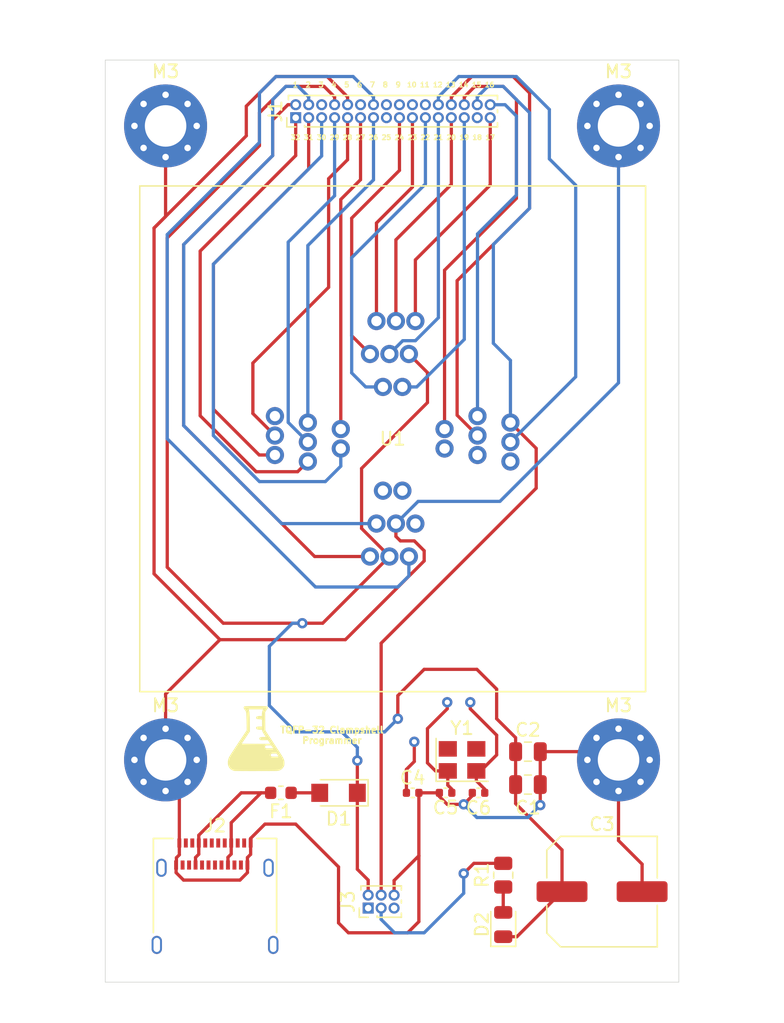
<source format=kicad_pcb>
(kicad_pcb (version 20171130) (host pcbnew "(5.1.7)-1")

  (general
    (thickness 1.6)
    (drawings 12)
    (tracks 413)
    (zones 0)
    (modules 20)
    (nets 43)
  )

  (page A4)
  (layers
    (0 F.Cu signal)
    (1 In1.Cu signal)
    (2 In2.Cu signal)
    (31 B.Cu signal)
    (32 B.Adhes user)
    (33 F.Adhes user)
    (34 B.Paste user)
    (35 F.Paste user)
    (36 B.SilkS user)
    (37 F.SilkS user)
    (38 B.Mask user)
    (39 F.Mask user)
    (40 Dwgs.User user)
    (41 Cmts.User user)
    (42 Eco1.User user)
    (43 Eco2.User user)
    (44 Edge.Cuts user)
    (45 Margin user)
    (46 B.CrtYd user)
    (47 F.CrtYd user)
    (48 B.Fab user)
    (49 F.Fab user)
  )

  (setup
    (last_trace_width 0.25)
    (trace_clearance 0.2)
    (zone_clearance 0.508)
    (zone_45_only no)
    (trace_min 0.2)
    (via_size 0.8)
    (via_drill 0.4)
    (via_min_size 0.4)
    (via_min_drill 0.3)
    (uvia_size 0.3)
    (uvia_drill 0.1)
    (uvias_allowed no)
    (uvia_min_size 0.2)
    (uvia_min_drill 0.1)
    (edge_width 0.05)
    (segment_width 0.2)
    (pcb_text_width 0.3)
    (pcb_text_size 1.5 1.5)
    (mod_edge_width 0.12)
    (mod_text_size 1 1)
    (mod_text_width 0.15)
    (pad_size 0.8 1.4)
    (pad_drill 0.5)
    (pad_to_mask_clearance 0)
    (aux_axis_origin 0 0)
    (visible_elements 7FFFFFFF)
    (pcbplotparams
      (layerselection 0x010f0_ffffffff)
      (usegerberextensions false)
      (usegerberattributes true)
      (usegerberadvancedattributes true)
      (creategerberjobfile true)
      (excludeedgelayer true)
      (linewidth 0.100000)
      (plotframeref false)
      (viasonmask false)
      (mode 1)
      (useauxorigin false)
      (hpglpennumber 1)
      (hpglpenspeed 20)
      (hpglpendiameter 15.000000)
      (psnegative false)
      (psa4output false)
      (plotreference true)
      (plotvalue true)
      (plotinvisibletext false)
      (padsonsilk true)
      (subtractmaskfromsilk false)
      (outputformat 1)
      (mirror false)
      (drillshape 0)
      (scaleselection 1)
      (outputdirectory "Gerber/"))
  )

  (net 0 "")
  (net 1 32)
  (net 2 31)
  (net 3 30)
  (net 4 29)
  (net 5 28)
  (net 6 27)
  (net 7 26)
  (net 8 25)
  (net 9 24)
  (net 10 23)
  (net 11 22)
  (net 12 21)
  (net 13 20)
  (net 14 19)
  (net 15 18)
  (net 16 17)
  (net 17 16)
  (net 18 15)
  (net 19 14)
  (net 20 13)
  (net 21 12)
  (net 22 11)
  (net 23 10)
  (net 24 9)
  (net 25 8)
  (net 26 7)
  (net 27 6)
  (net 28 5)
  (net 29 3)
  (net 30 2)
  (net 31 1)
  (net 32 "Net-(D1-Pad2)")
  (net 33 "Net-(D2-Pad2)")
  (net 34 "Net-(F1-Pad2)")
  (net 35 "Net-(J2-PadB8)")
  (net 36 "Net-(J2-PadB7)")
  (net 37 "Net-(J2-PadB6)")
  (net 38 "Net-(J2-PadB5)")
  (net 39 "Net-(J2-PadA8)")
  (net 40 "Net-(J2-PadA7)")
  (net 41 "Net-(J2-PadA6)")
  (net 42 "Net-(J2-PadA5)")

  (net_class Default "This is the default net class."
    (clearance 0.2)
    (trace_width 0.25)
    (via_dia 0.8)
    (via_drill 0.4)
    (uvia_dia 0.3)
    (uvia_drill 0.1)
    (add_net 1)
    (add_net 10)
    (add_net 11)
    (add_net 12)
    (add_net 13)
    (add_net 14)
    (add_net 15)
    (add_net 16)
    (add_net 17)
    (add_net 18)
    (add_net 19)
    (add_net 2)
    (add_net 20)
    (add_net 21)
    (add_net 22)
    (add_net 23)
    (add_net 24)
    (add_net 25)
    (add_net 26)
    (add_net 27)
    (add_net 28)
    (add_net 29)
    (add_net 3)
    (add_net 30)
    (add_net 31)
    (add_net 32)
    (add_net 5)
    (add_net 6)
    (add_net 7)
    (add_net 8)
    (add_net 9)
    (add_net "Net-(D1-Pad2)")
    (add_net "Net-(D2-Pad2)")
    (add_net "Net-(F1-Pad2)")
    (add_net "Net-(J2-PadA5)")
    (add_net "Net-(J2-PadA6)")
    (add_net "Net-(J2-PadA7)")
    (add_net "Net-(J2-PadA8)")
    (add_net "Net-(J2-PadB5)")
    (add_net "Net-(J2-PadB6)")
    (add_net "Net-(J2-PadB7)")
    (add_net "Net-(J2-PadB8)")
  )

  (module Graphics:flask_5x5mm (layer F.Cu) (tedit 0) (tstamp 61A2BACC)
    (at 139.7 81.534)
    (fp_text reference G*** (at 0 0) (layer F.SilkS) hide
      (effects (font (size 1.524 1.524) (thickness 0.3)))
    )
    (fp_text value LOGO (at 0.75 0) (layer F.SilkS) hide
      (effects (font (size 1.524 1.524) (thickness 0.3)))
    )
    (fp_poly (pts (xy 0.187581 -2.4961) (xy 0.364616 -2.495653) (xy 0.506271 -2.494678) (xy 0.616755 -2.492985)
      (xy 0.700272 -2.490385) (xy 0.76103 -2.486688) (xy 0.803236 -2.481706) (xy 0.831096 -2.47525)
      (xy 0.848818 -2.46713) (xy 0.860607 -2.457157) (xy 0.86152 -2.456163) (xy 0.893703 -2.391526)
      (xy 0.888918 -2.321051) (xy 0.851696 -2.264239) (xy 0.812924 -2.220155) (xy 0.768082 -2.15683)
      (xy 0.749466 -2.12671) (xy 0.693298 -2.030868) (xy 0.698209 -1.330573) (xy 0.70312 -0.630279)
      (xy 0.760205 -0.539579) (xy 0.789172 -0.494365) (xy 0.837747 -0.419453) (xy 0.901449 -0.321713)
      (xy 0.975796 -0.208019) (xy 1.056305 -0.085243) (xy 1.083536 -0.043793) (xy 1.171094 0.08953)
      (xy 1.259615 0.22451) (xy 1.343087 0.351962) (xy 1.415496 0.462704) (xy 1.470828 0.547554)
      (xy 1.477857 0.558362) (xy 1.533171 0.64319) (xy 1.605626 0.753891) (xy 1.688225 0.879797)
      (xy 1.773973 1.010241) (xy 1.83681 1.105651) (xy 1.941107 1.266398) (xy 2.022147 1.398429)
      (xy 2.082728 1.508228) (xy 2.125648 1.602278) (xy 2.153707 1.687062) (xy 2.169703 1.769062)
      (xy 2.176435 1.854761) (xy 2.177177 1.894052) (xy 2.175297 1.992156) (xy 2.166053 2.063735)
      (xy 2.145994 2.125879) (xy 2.119157 2.181596) (xy 2.029276 2.307351) (xy 1.907078 2.409482)
      (xy 1.792021 2.46911) (xy 1.771525 2.476236) (xy 1.746042 2.482438) (xy 1.712522 2.487786)
      (xy 1.667918 2.492353) (xy 1.609182 2.496212) (xy 1.533266 2.499434) (xy 1.437121 2.502091)
      (xy 1.317699 2.504257) (xy 1.171953 2.506002) (xy 0.996834 2.5074) (xy 0.789294 2.508522)
      (xy 0.546286 2.50944) (xy 0.264761 2.510227) (xy 0.032845 2.510761) (xy -0.240942 2.511095)
      (xy -0.501907 2.510909) (xy -0.746599 2.510235) (xy -0.97157 2.509105) (xy -1.17337 2.507551)
      (xy -1.348547 2.505605) (xy -1.493654 2.503298) (xy -1.605239 2.500663) (xy -1.679854 2.497731)
      (xy -1.713746 2.49461) (xy -1.866624 2.438041) (xy -1.991311 2.350756) (xy -2.086374 2.236709)
      (xy -2.150381 2.09985) (xy -2.181898 1.944134) (xy -2.179491 1.773511) (xy -2.141728 1.591935)
      (xy -2.090887 1.454452) (xy -2.067786 1.411212) (xy -2.023215 1.33647) (xy -1.980397 1.26751)
      (xy 1.119181 1.26751) (xy 1.134321 1.340767) (xy 1.143888 1.357884) (xy 1.158627 1.375883)
      (xy 1.18147 1.388121) (xy 1.22016 1.395691) (xy 1.282438 1.399688) (xy 1.376044 1.401205)
      (xy 1.451732 1.40138) (xy 1.57074 1.400459) (xy 1.651175 1.397341) (xy 1.698227 1.391488)
      (xy 1.717084 1.382363) (xy 1.716445 1.374009) (xy 1.69542 1.34076) (xy 1.659695 1.286635)
      (xy 1.637463 1.253578) (xy 1.574448 1.160518) (xy 1.37537 1.160518) (xy 1.276299 1.161972)
      (xy 1.211742 1.167368) (xy 1.172486 1.178253) (xy 1.149317 1.196173) (xy 1.147205 1.198837)
      (xy 1.119181 1.26751) (xy -1.980397 1.26751) (xy -1.960219 1.235014) (xy -1.881841 1.111631)
      (xy -1.791124 0.97111) (xy -1.691113 0.818237) (xy -1.595812 0.674347) (xy 0.684578 0.674347)
      (xy 0.696303 0.710756) (xy 0.70763 0.733059) (xy 0.722712 0.748425) (xy 0.749014 0.758148)
      (xy 0.794001 0.763518) (xy 0.865139 0.765828) (xy 0.969894 0.766369) (xy 1.01772 0.76638)
      (xy 1.125865 0.765623) (xy 1.216307 0.763547) (xy 1.281074 0.760447) (xy 1.312193 0.756615)
      (xy 1.313793 0.755482) (xy 1.302 0.733364) (xy 1.271301 0.68669) (xy 1.234571 0.634314)
      (xy 1.155349 0.524043) (xy 0.933974 0.530254) (xy 0.833761 0.53349) (xy 0.768619 0.537999)
      (xy 0.729839 0.546136) (xy 0.708711 0.56026) (xy 0.696528 0.582727) (xy 0.691779 0.595799)
      (xy 0.684578 0.674347) (xy -1.595812 0.674347) (xy -1.584852 0.6578) (xy -1.575836 0.644279)
      (xy -1.461878 0.473458) (xy -1.407504 0.391956) (xy -1.113659 0.391956) (xy -1.000235 0.399945)
      (xy -0.95492 0.401696) (xy -0.870862 0.403495) (xy -0.753109 0.405288) (xy -0.606712 0.407018)
      (xy -0.436719 0.408632) (xy -0.24818 0.410073) (xy -0.046145 0.411287) (xy 0.10366 0.411984)
      (xy 1.09413 0.416035) (xy 1.000222 0.271296) (xy 0.906315 0.126557) (xy 0.618446 0.130033)
      (xy 0.499795 0.130924) (xy 0.416789 0.129561) (xy 0.361299 0.124934) (xy 0.325194 0.116031)
      (xy 0.300343 0.101842) (xy 0.285719 0.088651) (xy 0.247785 0.037516) (xy 0.247612 -0.01154)
      (xy 0.274948 -0.060817) (xy 0.294076 -0.083164) (xy 0.319863 -0.097401) (xy 0.361656 -0.105331)
      (xy 0.428799 -0.108758) (xy 0.527263 -0.109482) (xy 0.745492 -0.109482) (xy 0.708102 -0.169698)
      (xy 0.677977 -0.217328) (xy 0.63293 -0.287539) (xy 0.581997 -0.366254) (xy 0.57494 -0.377108)
      (xy 0.527027 -0.458033) (xy 0.488862 -0.535924) (xy 0.467795 -0.59555) (xy 0.466632 -0.601548)
      (xy 0.454097 -0.678793) (xy 0.287264 -0.679116) (xy 0.165046 -0.68497) (xy 0.080541 -0.703299)
      (xy 0.028945 -0.736075) (xy 0.005455 -0.785273) (xy 0.003892 -0.795581) (xy 0.003283 -0.848202)
      (xy 0.020076 -0.883771) (xy 0.060623 -0.905433) (xy 0.131279 -0.916335) (xy 0.238398 -0.919623)
      (xy 0.254491 -0.919655) (xy 0.459827 -0.919655) (xy 0.459528 -1.155043) (xy 0.459198 -1.28242)
      (xy 0.455994 -1.372474) (xy 0.446033 -1.431664) (xy 0.425432 -1.46645) (xy 0.390307 -1.483289)
      (xy 0.336777 -1.488642) (xy 0.260956 -1.488966) (xy 0.258765 -1.488965) (xy 0.145502 -1.492401)
      (xy 0.069349 -1.50447) (xy 0.024034 -1.527815) (xy 0.003284 -1.565078) (xy 0 -1.597977)
      (xy 0.011554 -1.656223) (xy 0.049449 -1.695921) (xy 0.118528 -1.719458) (xy 0.223636 -1.729221)
      (xy 0.26763 -1.729827) (xy 0.437931 -1.729827) (xy 0.437931 -1.83471) (xy 0.443679 -1.914376)
      (xy 0.45876 -2.007189) (xy 0.47993 -2.099185) (xy 0.503945 -2.176402) (xy 0.527559 -2.224877)
      (xy 0.529019 -2.226719) (xy 0.529484 -2.235548) (xy 0.511712 -2.242435) (xy 0.471531 -2.247597)
      (xy 0.404768 -2.251252) (xy 0.307252 -2.253616) (xy 0.174811 -2.254906) (xy 0.003273 -2.25534)
      (xy -0.02104 -2.255344) (xy -0.200881 -2.254922) (xy -0.340886 -2.253527) (xy -0.445005 -2.250967)
      (xy -0.517189 -2.247049) (xy -0.561386 -2.241582) (xy -0.581549 -2.234374) (xy -0.58339 -2.227974)
      (xy -0.563059 -2.17514) (xy -0.546488 -2.119909) (xy -0.533194 -2.056977) (xy -0.522695 -1.98104)
      (xy -0.514508 -1.886796) (xy -0.50815 -1.768939) (xy -0.503139 -1.622167) (xy -0.498993 -1.441176)
      (xy -0.495956 -1.266986) (xy -0.484555 -0.552335) (xy -0.799107 -0.08019) (xy -1.113659 0.391956)
      (xy -1.407504 0.391956) (xy -1.347141 0.30148) (xy -1.235907 0.13476) (xy -1.132453 -0.02029)
      (xy -1.041059 -0.157257) (xy -0.966004 -0.269728) (xy -0.917738 -0.342043) (xy -0.725957 -0.629344)
      (xy -0.737762 -1.305491) (xy -0.741605 -1.510113) (xy -0.74584 -1.676167) (xy -0.751347 -1.808875)
      (xy -0.759004 -1.913459) (xy -0.769691 -1.995143) (xy -0.784285 -2.059147) (xy -0.803666 -2.110694)
      (xy -0.828713 -2.155007) (xy -0.860304 -2.197308) (xy -0.894598 -2.237451) (xy -0.947621 -2.317472)
      (xy -0.960782 -2.389376) (xy -0.93363 -2.449681) (xy -0.923405 -2.459968) (xy -0.909581 -2.469212)
      (xy -0.887762 -2.476757) (xy -0.853774 -2.48277) (xy -0.803447 -2.487421) (xy -0.732608 -2.490878)
      (xy -0.637086 -2.493312) (xy -0.512708 -2.494891) (xy -0.355304 -2.495783) (xy -0.1607 -2.496159)
      (xy -0.029041 -2.496206) (xy 0.187581 -2.4961)) (layer F.SilkS) (width 0.01))
  )

  (module MountingHole:MountingHole_3.2mm_M3_Pad_Via (layer F.Cu) (tedit 619A35F7) (tstamp 619B94F6)
    (at 132.715 83.185)
    (descr "Mounting Hole 3.2mm, M3")
    (tags "mounting hole 3.2mm m3")
    (attr virtual)
    (fp_text reference M3 (at 0 -4.2) (layer F.SilkS)
      (effects (font (size 1 1) (thickness 0.15)))
    )
    (fp_text value MountingHole_3.2mm_M3_Pad_Via (at 0 4.2) (layer F.Fab)
      (effects (font (size 1 1) (thickness 0.15)))
    )
    (fp_circle (center 0 0) (end 3.45 0) (layer F.CrtYd) (width 0.05))
    (fp_circle (center 0 0) (end 3.2 0) (layer Cmts.User) (width 0.15))
    (fp_text user %R (at 0.3 0) (layer F.Fab)
      (effects (font (size 1 1) (thickness 0.15)))
    )
    (pad 1 thru_hole circle (at 1.697056 -1.697056) (size 0.8 0.8) (drill 0.5) (layers *.Cu *.Mask)
      (net 28 5))
    (pad 1 thru_hole circle (at 0 -2.4) (size 0.8 0.8) (drill 0.5) (layers *.Cu *.Mask)
      (net 28 5))
    (pad 1 thru_hole circle (at -1.697056 -1.697056) (size 0.8 0.8) (drill 0.5) (layers *.Cu *.Mask)
      (net 28 5))
    (pad 1 thru_hole circle (at -2.4 0) (size 0.8 0.8) (drill 0.5) (layers *.Cu *.Mask)
      (net 28 5))
    (pad 1 thru_hole circle (at -1.697056 1.697056) (size 0.8 0.8) (drill 0.5) (layers *.Cu *.Mask)
      (net 28 5))
    (pad 1 thru_hole circle (at 0 2.4) (size 0.8 0.8) (drill 0.5) (layers *.Cu *.Mask)
      (net 28 5))
    (pad 1 thru_hole circle (at 1.697056 1.697056) (size 0.8 0.8) (drill 0.5) (layers *.Cu *.Mask)
      (net 28 5))
    (pad 1 thru_hole circle (at 2.4 0) (size 0.8 0.8) (drill 0.5) (layers *.Cu *.Mask)
      (net 28 5))
    (pad 1 thru_hole circle (at 0 0) (size 6.4 6.4) (drill 3.2) (layers *.Cu *.Mask)
      (net 28 5))
  )

  (module MountingHole:MountingHole_3.2mm_M3_Pad_Via (layer F.Cu) (tedit 619A35F7) (tstamp 619B94E7)
    (at 167.64 83.185)
    (descr "Mounting Hole 3.2mm, M3")
    (tags "mounting hole 3.2mm m3")
    (attr virtual)
    (fp_text reference M3 (at 0 -4.2) (layer F.SilkS)
      (effects (font (size 1 1) (thickness 0.15)))
    )
    (fp_text value MountingHole_3.2mm_M3_Pad_Via (at 0 4.2) (layer F.Fab)
      (effects (font (size 1 1) (thickness 0.15)))
    )
    (fp_circle (center 0 0) (end 3.2 0) (layer Cmts.User) (width 0.15))
    (fp_circle (center 0 0) (end 3.45 0) (layer F.CrtYd) (width 0.05))
    (fp_text user %R (at 0.3 0) (layer F.Fab)
      (effects (font (size 1 1) (thickness 0.15)))
    )
    (pad 1 thru_hole circle (at 0 0) (size 6.4 6.4) (drill 3.2) (layers *.Cu *.Mask)
      (net 28 5))
    (pad 1 thru_hole circle (at 2.4 0) (size 0.8 0.8) (drill 0.5) (layers *.Cu *.Mask)
      (net 28 5))
    (pad 1 thru_hole circle (at 1.697056 1.697056) (size 0.8 0.8) (drill 0.5) (layers *.Cu *.Mask)
      (net 28 5))
    (pad 1 thru_hole circle (at 0 2.4) (size 0.8 0.8) (drill 0.5) (layers *.Cu *.Mask)
      (net 28 5))
    (pad 1 thru_hole circle (at -1.697056 1.697056) (size 0.8 0.8) (drill 0.5) (layers *.Cu *.Mask)
      (net 28 5))
    (pad 1 thru_hole circle (at -2.4 0) (size 0.8 0.8) (drill 0.5) (layers *.Cu *.Mask)
      (net 28 5))
    (pad 1 thru_hole circle (at -1.697056 -1.697056) (size 0.8 0.8) (drill 0.5) (layers *.Cu *.Mask)
      (net 28 5))
    (pad 1 thru_hole circle (at 0 -2.4) (size 0.8 0.8) (drill 0.5) (layers *.Cu *.Mask)
      (net 28 5))
    (pad 1 thru_hole circle (at 1.697056 -1.697056) (size 0.8 0.8) (drill 0.5) (layers *.Cu *.Mask)
      (net 28 5))
  )

  (module MountingHole:MountingHole_3.2mm_M3_Pad_Via (layer F.Cu) (tedit 619A35F7) (tstamp 619B94C8)
    (at 132.715 34.29)
    (descr "Mounting Hole 3.2mm, M3")
    (tags "mounting hole 3.2mm m3")
    (attr virtual)
    (fp_text reference M3 (at 0 -4.2) (layer F.SilkS)
      (effects (font (size 1 1) (thickness 0.15)))
    )
    (fp_text value MountingHole_3.2mm_M3_Pad_Via (at 0 4.2) (layer F.Fab)
      (effects (font (size 1 1) (thickness 0.15)))
    )
    (fp_circle (center 0 0) (end 3.2 0) (layer Cmts.User) (width 0.15))
    (fp_circle (center 0 0) (end 3.45 0) (layer F.CrtYd) (width 0.05))
    (fp_text user %R (at 0.3 0) (layer F.Fab)
      (effects (font (size 1 1) (thickness 0.15)))
    )
    (pad 1 thru_hole circle (at 0 0) (size 6.4 6.4) (drill 3.2) (layers *.Cu *.Mask)
      (net 28 5))
    (pad 1 thru_hole circle (at 2.4 0) (size 0.8 0.8) (drill 0.5) (layers *.Cu *.Mask)
      (net 28 5))
    (pad 1 thru_hole circle (at 1.697056 1.697056) (size 0.8 0.8) (drill 0.5) (layers *.Cu *.Mask)
      (net 28 5))
    (pad 1 thru_hole circle (at 0 2.4) (size 0.8 0.8) (drill 0.5) (layers *.Cu *.Mask)
      (net 28 5))
    (pad 1 thru_hole circle (at -1.697056 1.697056) (size 0.8 0.8) (drill 0.5) (layers *.Cu *.Mask)
      (net 28 5))
    (pad 1 thru_hole circle (at -2.4 0) (size 0.8 0.8) (drill 0.5) (layers *.Cu *.Mask)
      (net 28 5))
    (pad 1 thru_hole circle (at -1.697056 -1.697056) (size 0.8 0.8) (drill 0.5) (layers *.Cu *.Mask)
      (net 28 5))
    (pad 1 thru_hole circle (at 0 -2.4) (size 0.8 0.8) (drill 0.5) (layers *.Cu *.Mask)
      (net 28 5))
    (pad 1 thru_hole circle (at 1.697056 -1.697056) (size 0.8 0.8) (drill 0.5) (layers *.Cu *.Mask)
      (net 28 5))
  )

  (module MountingHole:MountingHole_3.2mm_M3_Pad_Via (layer F.Cu) (tedit 619A35F7) (tstamp 619B8E7E)
    (at 167.64 34.29)
    (descr "Mounting Hole 3.2mm, M3")
    (tags "mounting hole 3.2mm m3")
    (attr virtual)
    (fp_text reference M3 (at 0 -4.2) (layer F.SilkS)
      (effects (font (size 1 1) (thickness 0.15)))
    )
    (fp_text value MountingHole_3.2mm_M3_Pad_Via (at 0 4.2) (layer F.Fab)
      (effects (font (size 1 1) (thickness 0.15)))
    )
    (fp_circle (center 0 0) (end 3.45 0) (layer F.CrtYd) (width 0.05))
    (fp_circle (center 0 0) (end 3.2 0) (layer Cmts.User) (width 0.15))
    (fp_text user %R (at 0.3 0) (layer F.Fab)
      (effects (font (size 1 1) (thickness 0.15)))
    )
    (pad 1 thru_hole circle (at 1.697056 -1.697056) (size 0.8 0.8) (drill 0.5) (layers *.Cu *.Mask)
      (net 28 5))
    (pad 1 thru_hole circle (at 0 -2.4) (size 0.8 0.8) (drill 0.5) (layers *.Cu *.Mask)
      (net 28 5))
    (pad 1 thru_hole circle (at -1.697056 -1.697056) (size 0.8 0.8) (drill 0.5) (layers *.Cu *.Mask)
      (net 28 5))
    (pad 1 thru_hole circle (at -2.4 0) (size 0.8 0.8) (drill 0.5) (layers *.Cu *.Mask)
      (net 28 5))
    (pad 1 thru_hole circle (at -1.697056 1.697056) (size 0.8 0.8) (drill 0.5) (layers *.Cu *.Mask)
      (net 28 5))
    (pad 1 thru_hole circle (at 0 2.4) (size 0.8 0.8) (drill 0.5) (layers *.Cu *.Mask)
      (net 28 5))
    (pad 1 thru_hole circle (at 1.697056 1.697056) (size 0.8 0.8) (drill 0.5) (layers *.Cu *.Mask)
      (net 28 5))
    (pad 1 thru_hole circle (at 2.4 0) (size 0.8 0.8) (drill 0.5) (layers *.Cu *.Mask)
      (net 28 5))
    (pad 1 thru_hole circle (at 0 0) (size 6.4 6.4) (drill 3.2) (layers *.Cu *.Mask)
      (net 28 5))
  )

  (module Crystal:Crystal_SMD_3225-4Pin_3.2x2.5mm (layer F.Cu) (tedit 5A0FD1B2) (tstamp 619B7427)
    (at 155.575 83.185)
    (descr "SMD Crystal SERIES SMD3225/4 http://www.txccrystal.com/images/pdf/7m-accuracy.pdf, 3.2x2.5mm^2 package")
    (tags "SMD SMT crystal")
    (path /619A24C8)
    (attr smd)
    (fp_text reference Y1 (at 0 -2.45) (layer F.SilkS)
      (effects (font (size 1 1) (thickness 0.15)))
    )
    (fp_text value 16MHz (at 0 2.45) (layer F.Fab)
      (effects (font (size 1 1) (thickness 0.15)))
    )
    (fp_line (start 2.1 -1.7) (end -2.1 -1.7) (layer F.CrtYd) (width 0.05))
    (fp_line (start 2.1 1.7) (end 2.1 -1.7) (layer F.CrtYd) (width 0.05))
    (fp_line (start -2.1 1.7) (end 2.1 1.7) (layer F.CrtYd) (width 0.05))
    (fp_line (start -2.1 -1.7) (end -2.1 1.7) (layer F.CrtYd) (width 0.05))
    (fp_line (start -2 1.65) (end 2 1.65) (layer F.SilkS) (width 0.12))
    (fp_line (start -2 -1.65) (end -2 1.65) (layer F.SilkS) (width 0.12))
    (fp_line (start -1.6 0.25) (end -0.6 1.25) (layer F.Fab) (width 0.1))
    (fp_line (start 1.6 -1.25) (end -1.6 -1.25) (layer F.Fab) (width 0.1))
    (fp_line (start 1.6 1.25) (end 1.6 -1.25) (layer F.Fab) (width 0.1))
    (fp_line (start -1.6 1.25) (end 1.6 1.25) (layer F.Fab) (width 0.1))
    (fp_line (start -1.6 -1.25) (end -1.6 1.25) (layer F.Fab) (width 0.1))
    (fp_text user %R (at 0 0) (layer F.Fab)
      (effects (font (size 0.7 0.7) (thickness 0.105)))
    )
    (pad 4 smd rect (at -1.1 -0.85) (size 1.4 1.2) (layers F.Cu F.Paste F.Mask))
    (pad 3 smd rect (at 1.1 -0.85) (size 1.4 1.2) (layers F.Cu F.Paste F.Mask))
    (pad 2 smd rect (at 1.1 0.85) (size 1.4 1.2) (layers F.Cu F.Paste F.Mask)
      (net 25 8))
    (pad 1 smd rect (at -1.1 0.85) (size 1.4 1.2) (layers F.Cu F.Paste F.Mask)
      (net 26 7))
    (model ${KISYS3DMOD}/Crystal.3dshapes/Crystal_SMD_3225-4Pin_3.2x2.5mm.wrl
      (at (xyz 0 0 0))
      (scale (xyz 1 1 1))
      (rotate (xyz 0 0 0))
    )
  )

  (module Resistor_SMD:R_0805_2012Metric (layer F.Cu) (tedit 5F68FEEE) (tstamp 619B73C5)
    (at 158.75 92.075 90)
    (descr "Resistor SMD 0805 (2012 Metric), square (rectangular) end terminal, IPC_7351 nominal, (Body size source: IPC-SM-782 page 72, https://www.pcb-3d.com/wordpress/wp-content/uploads/ipc-sm-782a_amendment_1_and_2.pdf), generated with kicad-footprint-generator")
    (tags resistor)
    (path /619B5E6E)
    (attr smd)
    (fp_text reference R1 (at 0 -1.65 90) (layer F.SilkS)
      (effects (font (size 1 1) (thickness 0.15)))
    )
    (fp_text value 1k (at 0 1.65 90) (layer F.Fab)
      (effects (font (size 1 1) (thickness 0.15)))
    )
    (fp_line (start 1.68 0.95) (end -1.68 0.95) (layer F.CrtYd) (width 0.05))
    (fp_line (start 1.68 -0.95) (end 1.68 0.95) (layer F.CrtYd) (width 0.05))
    (fp_line (start -1.68 -0.95) (end 1.68 -0.95) (layer F.CrtYd) (width 0.05))
    (fp_line (start -1.68 0.95) (end -1.68 -0.95) (layer F.CrtYd) (width 0.05))
    (fp_line (start -0.227064 0.735) (end 0.227064 0.735) (layer F.SilkS) (width 0.12))
    (fp_line (start -0.227064 -0.735) (end 0.227064 -0.735) (layer F.SilkS) (width 0.12))
    (fp_line (start 1 0.625) (end -1 0.625) (layer F.Fab) (width 0.1))
    (fp_line (start 1 -0.625) (end 1 0.625) (layer F.Fab) (width 0.1))
    (fp_line (start -1 -0.625) (end 1 -0.625) (layer F.Fab) (width 0.1))
    (fp_line (start -1 0.625) (end -1 -0.625) (layer F.Fab) (width 0.1))
    (fp_text user %R (at 0 0 90) (layer F.Fab)
      (effects (font (size 0.5 0.5) (thickness 0.08)))
    )
    (pad 2 smd roundrect (at 0.9125 0 90) (size 1.025 1.4) (layers F.Cu F.Paste F.Mask) (roundrect_rratio 0.2439014634146341)
      (net 16 17))
    (pad 1 smd roundrect (at -0.9125 0 90) (size 1.025 1.4) (layers F.Cu F.Paste F.Mask) (roundrect_rratio 0.2439014634146341)
      (net 33 "Net-(D2-Pad2)"))
    (model ${KISYS3DMOD}/Resistor_SMD.3dshapes/R_0805_2012Metric.wrl
      (at (xyz 0 0 0))
      (scale (xyz 1 1 1))
      (rotate (xyz 0 0 0))
    )
  )

  (module Connector_PinHeader_1.00mm:PinHeader_2x03_P1.00mm_Vertical (layer F.Cu) (tedit 59FED738) (tstamp 619B73B4)
    (at 148.336 94.615 90)
    (descr "Through hole straight pin header, 2x03, 1.00mm pitch, double rows")
    (tags "Through hole pin header THT 2x03 1.00mm double row")
    (path /619ACF1D)
    (fp_text reference J3 (at 0.5 -1.56 90) (layer F.SilkS)
      (effects (font (size 1 1) (thickness 0.15)))
    )
    (fp_text value Conn_02x03_Top_Bottom (at 0.5 3.56 90) (layer F.Fab)
      (effects (font (size 1 1) (thickness 0.15)))
    )
    (fp_line (start 2.15 -1) (end -1.15 -1) (layer F.CrtYd) (width 0.05))
    (fp_line (start 2.15 3) (end 2.15 -1) (layer F.CrtYd) (width 0.05))
    (fp_line (start -1.15 3) (end 2.15 3) (layer F.CrtYd) (width 0.05))
    (fp_line (start -1.15 -1) (end -1.15 3) (layer F.CrtYd) (width 0.05))
    (fp_line (start -0.71 -0.685) (end 0 -0.685) (layer F.SilkS) (width 0.12))
    (fp_line (start -0.71 0) (end -0.71 -0.685) (layer F.SilkS) (width 0.12))
    (fp_line (start 1.394493 -0.56) (end 1.71 -0.56) (layer F.SilkS) (width 0.12))
    (fp_line (start -0.71 0.685) (end -0.608276 0.685) (layer F.SilkS) (width 0.12))
    (fp_line (start 1.71 -0.56) (end 1.71 2.56) (layer F.SilkS) (width 0.12))
    (fp_line (start -0.71 0.685) (end -0.71 2.56) (layer F.SilkS) (width 0.12))
    (fp_line (start 0.394493 2.56) (end 0.605507 2.56) (layer F.SilkS) (width 0.12))
    (fp_line (start 1.394493 2.56) (end 1.71 2.56) (layer F.SilkS) (width 0.12))
    (fp_line (start -0.71 2.56) (end -0.394493 2.56) (layer F.SilkS) (width 0.12))
    (fp_line (start -0.65 0.075) (end -0.075 -0.5) (layer F.Fab) (width 0.1))
    (fp_line (start -0.65 2.5) (end -0.65 0.075) (layer F.Fab) (width 0.1))
    (fp_line (start 1.65 2.5) (end -0.65 2.5) (layer F.Fab) (width 0.1))
    (fp_line (start 1.65 -0.5) (end 1.65 2.5) (layer F.Fab) (width 0.1))
    (fp_line (start -0.075 -0.5) (end 1.65 -0.5) (layer F.Fab) (width 0.1))
    (fp_text user %R (at 0.5 1) (layer F.Fab)
      (effects (font (size 1 1) (thickness 0.15)))
    )
    (pad 6 thru_hole oval (at 1 2 90) (size 0.85 0.85) (drill 0.5) (layers *.Cu *.Mask)
      (net 28 5))
    (pad 5 thru_hole oval (at 0 2 90) (size 0.85 0.85) (drill 0.5) (layers *.Cu *.Mask)
      (net 4 29))
    (pad 4 thru_hole oval (at 1 1 90) (size 0.85 0.85) (drill 0.5) (layers *.Cu *.Mask)
      (net 18 15))
    (pad 3 thru_hole oval (at 0 1 90) (size 0.85 0.85) (drill 0.5) (layers *.Cu *.Mask)
      (net 16 17))
    (pad 2 thru_hole oval (at 1 0 90) (size 0.85 0.85) (drill 0.5) (layers *.Cu *.Mask)
      (net 15 18))
    (pad 1 thru_hole rect (at 0 0 90) (size 0.85 0.85) (drill 0.5) (layers *.Cu *.Mask)
      (net 17 16))
    (model ${KISYS3DMOD}/Connector_PinHeader_1.00mm.3dshapes/PinHeader_2x03_P1.00mm_Vertical.wrl
      (at (xyz 0 0 0))
      (scale (xyz 1 1 1))
      (rotate (xyz 0 0 0))
    )
  )

  (module Connector_USB:USB_C_Receptacle_Amphenol_12401610E4-2A (layer F.Cu) (tedit 619A5221) (tstamp 619B7397)
    (at 136.525 94.615)
    (descr "USB TYPE C, RA RCPT PCB, SMT, https://www.amphenolcanada.com/StockAvailabilityPrice.aspx?From=&PartNum=12401610E4%7e2A")
    (tags "USB C Type-C Receptacle SMD")
    (path /619D281E)
    (attr smd)
    (fp_text reference J2 (at 0 -6.36) (layer F.SilkS)
      (effects (font (size 1 1) (thickness 0.15)))
    )
    (fp_text value USB_C_Receptacle_USB2.0 (at 0 7.62) (layer F.Fab) hide
      (effects (font (size 1 1) (thickness 0.15)))
    )
    (fp_line (start -4.6 5.23) (end -4.6 -5.22) (layer F.Fab) (width 0.1))
    (fp_line (start -4.6 -5.22) (end 4.6 -5.22) (layer F.Fab) (width 0.1))
    (fp_line (start -4.75 -5.37) (end -3.25 -5.37) (layer F.SilkS) (width 0.12))
    (fp_line (start -4.75 -5.37) (end -4.75 1.89) (layer F.SilkS) (width 0.12))
    (fp_line (start 4.75 -5.37) (end 4.75 1.89) (layer F.SilkS) (width 0.12))
    (fp_line (start 3.25 -5.37) (end 4.75 -5.37) (layer F.SilkS) (width 0.12))
    (fp_line (start -4.6 5.23) (end 4.6 5.23) (layer F.Fab) (width 0.1))
    (fp_line (start 4.6 5.23) (end 4.6 -5.22) (layer F.Fab) (width 0.1))
    (fp_line (start -5.39 -5.87) (end 5.39 -5.87) (layer F.CrtYd) (width 0.05))
    (fp_line (start 5.39 -5.87) (end 5.39 5.73) (layer F.CrtYd) (width 0.05))
    (fp_line (start 5.39 5.73) (end -5.39 5.73) (layer F.CrtYd) (width 0.05))
    (fp_line (start -5.39 5.73) (end -5.39 -5.87) (layer F.CrtYd) (width 0.05))
    (fp_text user %R (at 0 0) (layer F.Fab) hide
      (effects (font (size 1 1) (thickness 0.1)))
    )
    (pad B12 smd rect (at -3 -3.32) (size 0.3 0.7) (layers F.Cu F.Paste F.Mask)
      (net 28 5))
    (pad B11 smd rect (at -2.5 -3.32) (size 0.3 0.7) (layers F.Cu F.Paste F.Mask))
    (pad B10 smd rect (at -2 -3.32) (size 0.3 0.7) (layers F.Cu F.Paste F.Mask))
    (pad B9 smd rect (at -1.5 -3.32) (size 0.3 0.7) (layers F.Cu F.Paste F.Mask)
      (net 34 "Net-(F1-Pad2)"))
    (pad B8 smd rect (at -1 -3.32) (size 0.3 0.7) (layers F.Cu F.Paste F.Mask)
      (net 35 "Net-(J2-PadB8)"))
    (pad B7 smd rect (at -0.5 -3.32) (size 0.3 0.7) (layers F.Cu F.Paste F.Mask)
      (net 36 "Net-(J2-PadB7)"))
    (pad B6 smd rect (at 0 -3.32) (size 0.3 0.7) (layers F.Cu F.Paste F.Mask)
      (net 37 "Net-(J2-PadB6)"))
    (pad B5 smd rect (at 0.5 -3.32) (size 0.3 0.7) (layers F.Cu F.Paste F.Mask)
      (net 38 "Net-(J2-PadB5)"))
    (pad B4 smd rect (at 1 -3.32) (size 0.3 0.7) (layers F.Cu F.Paste F.Mask)
      (net 34 "Net-(F1-Pad2)"))
    (pad B3 smd rect (at 1.5 -3.32) (size 0.3 0.7) (layers F.Cu F.Paste F.Mask))
    (pad B2 smd rect (at 2 -3.32) (size 0.3 0.7) (layers F.Cu F.Paste F.Mask))
    (pad "" np_thru_hole circle (at -3.6 -4.36) (size 0.65 0.65) (drill 0.65) (layers *.Cu *.Mask))
    (pad "" np_thru_hole oval (at 3.6 -4.36) (size 0.95 0.65) (drill oval 0.95 0.65) (layers *.Cu *.Mask))
    (pad S1 thru_hole oval (at -4.49 2.84) (size 0.8 1.4) (drill oval 0.5 1.1) (layers *.Cu *.Mask))
    (pad S1 thru_hole oval (at 4.49 2.84) (size 0.8 1.4) (drill oval 0.5 1.1) (layers *.Cu *.Mask))
    (pad S1 thru_hole oval (at 4.13 -3.11) (size 0.8 1.4) (drill oval 0.5 1.1) (layers *.Cu *.Mask))
    (pad B1 smd rect (at 2.5 -3.32) (size 0.3 0.7) (layers F.Cu F.Paste F.Mask)
      (net 28 5))
    (pad A11 smd rect (at 2.25 -5.02) (size 0.3 0.7) (layers F.Cu F.Paste F.Mask))
    (pad A8 smd rect (at 0.75 -5.02) (size 0.3 0.7) (layers F.Cu F.Paste F.Mask)
      (net 39 "Net-(J2-PadA8)"))
    (pad A9 smd rect (at 1.25 -5.02) (size 0.3 0.7) (layers F.Cu F.Paste F.Mask)
      (net 34 "Net-(F1-Pad2)"))
    (pad A10 smd rect (at 1.75 -5.02) (size 0.3 0.7) (layers F.Cu F.Paste F.Mask))
    (pad A12 smd rect (at 2.75 -5.02) (size 0.3 0.7) (layers F.Cu F.Paste F.Mask)
      (net 28 5))
    (pad A7 smd rect (at 0.25 -5.02) (size 0.3 0.7) (layers F.Cu F.Paste F.Mask)
      (net 40 "Net-(J2-PadA7)"))
    (pad A6 smd rect (at -0.25 -5.02) (size 0.3 0.7) (layers F.Cu F.Paste F.Mask)
      (net 41 "Net-(J2-PadA6)"))
    (pad A5 smd rect (at -0.75 -5.02) (size 0.3 0.7) (layers F.Cu F.Paste F.Mask)
      (net 42 "Net-(J2-PadA5)"))
    (pad A4 smd rect (at -1.25 -5.02) (size 0.3 0.7) (layers F.Cu F.Paste F.Mask)
      (net 34 "Net-(F1-Pad2)"))
    (pad A3 smd rect (at -1.75 -5.02) (size 0.3 0.7) (layers F.Cu F.Paste F.Mask))
    (pad A2 smd rect (at -2.25 -5.02) (size 0.3 0.7) (layers F.Cu F.Paste F.Mask))
    (pad A1 smd rect (at -2.75 -5.02) (size 0.3 0.7) (layers F.Cu F.Paste F.Mask)
      (net 28 5))
    (pad S1 thru_hole oval (at -4.13 -3.11) (size 0.8 1.4) (drill oval 0.5 1.1) (layers *.Cu *.Mask))
    (model ${KISYS3DMOD}/Connector_USB.3dshapes/USB_C_Receptacle_Amphenol_12401610E4-2A.wrl
      (at (xyz 0 0 0))
      (scale (xyz 1 1 1))
      (rotate (xyz 0 0 0))
    )
  )

  (module Fuse:Fuse_0603_1608Metric (layer F.Cu) (tedit 5F68FEF1) (tstamp 619B72FC)
    (at 141.605 85.725 180)
    (descr "Fuse SMD 0603 (1608 Metric), square (rectangular) end terminal, IPC_7351 nominal, (Body size source: http://www.tortai-tech.com/upload/download/2011102023233369053.pdf), generated with kicad-footprint-generator")
    (tags fuse)
    (path /619D3313)
    (attr smd)
    (fp_text reference F1 (at 0 -1.43) (layer F.SilkS)
      (effects (font (size 1 1) (thickness 0.15)))
    )
    (fp_text value MFFSMF050 (at 0 1.43) (layer F.Fab)
      (effects (font (size 1 1) (thickness 0.15)))
    )
    (fp_line (start 1.48 0.73) (end -1.48 0.73) (layer F.CrtYd) (width 0.05))
    (fp_line (start 1.48 -0.73) (end 1.48 0.73) (layer F.CrtYd) (width 0.05))
    (fp_line (start -1.48 -0.73) (end 1.48 -0.73) (layer F.CrtYd) (width 0.05))
    (fp_line (start -1.48 0.73) (end -1.48 -0.73) (layer F.CrtYd) (width 0.05))
    (fp_line (start -0.162779 0.51) (end 0.162779 0.51) (layer F.SilkS) (width 0.12))
    (fp_line (start -0.162779 -0.51) (end 0.162779 -0.51) (layer F.SilkS) (width 0.12))
    (fp_line (start 0.8 0.4) (end -0.8 0.4) (layer F.Fab) (width 0.1))
    (fp_line (start 0.8 -0.4) (end 0.8 0.4) (layer F.Fab) (width 0.1))
    (fp_line (start -0.8 -0.4) (end 0.8 -0.4) (layer F.Fab) (width 0.1))
    (fp_line (start -0.8 0.4) (end -0.8 -0.4) (layer F.Fab) (width 0.1))
    (fp_text user %R (at 0 0) (layer F.Fab)
      (effects (font (size 0.4 0.4) (thickness 0.06)))
    )
    (pad 2 smd roundrect (at 0.7875 0 180) (size 0.875 0.95) (layers F.Cu F.Paste F.Mask) (roundrect_rratio 0.25)
      (net 34 "Net-(F1-Pad2)"))
    (pad 1 smd roundrect (at -0.7875 0 180) (size 0.875 0.95) (layers F.Cu F.Paste F.Mask) (roundrect_rratio 0.25)
      (net 32 "Net-(D1-Pad2)"))
    (model ${KISYS3DMOD}/Fuse.3dshapes/Fuse_0603_1608Metric.wrl
      (at (xyz 0 0 0))
      (scale (xyz 1 1 1))
      (rotate (xyz 0 0 0))
    )
  )

  (module LED_SMD:LED_0805_2012Metric (layer F.Cu) (tedit 5F68FEF1) (tstamp 619B72EB)
    (at 158.75 95.885 90)
    (descr "LED SMD 0805 (2012 Metric), square (rectangular) end terminal, IPC_7351 nominal, (Body size source: https://docs.google.com/spreadsheets/d/1BsfQQcO9C6DZCsRaXUlFlo91Tg2WpOkGARC1WS5S8t0/edit?usp=sharing), generated with kicad-footprint-generator")
    (tags LED)
    (path /619B4FBC)
    (attr smd)
    (fp_text reference D2 (at 0 -1.65 90) (layer F.SilkS)
      (effects (font (size 1 1) (thickness 0.15)))
    )
    (fp_text value LED (at 0 1.65 90) (layer F.Fab)
      (effects (font (size 1 1) (thickness 0.15)))
    )
    (fp_line (start 1.68 0.95) (end -1.68 0.95) (layer F.CrtYd) (width 0.05))
    (fp_line (start 1.68 -0.95) (end 1.68 0.95) (layer F.CrtYd) (width 0.05))
    (fp_line (start -1.68 -0.95) (end 1.68 -0.95) (layer F.CrtYd) (width 0.05))
    (fp_line (start -1.68 0.95) (end -1.68 -0.95) (layer F.CrtYd) (width 0.05))
    (fp_line (start -1.685 0.96) (end 1 0.96) (layer F.SilkS) (width 0.12))
    (fp_line (start -1.685 -0.96) (end -1.685 0.96) (layer F.SilkS) (width 0.12))
    (fp_line (start 1 -0.96) (end -1.685 -0.96) (layer F.SilkS) (width 0.12))
    (fp_line (start 1 0.6) (end 1 -0.6) (layer F.Fab) (width 0.1))
    (fp_line (start -1 0.6) (end 1 0.6) (layer F.Fab) (width 0.1))
    (fp_line (start -1 -0.3) (end -1 0.6) (layer F.Fab) (width 0.1))
    (fp_line (start -0.7 -0.6) (end -1 -0.3) (layer F.Fab) (width 0.1))
    (fp_line (start 1 -0.6) (end -0.7 -0.6) (layer F.Fab) (width 0.1))
    (fp_text user %R (at 0 0 90) (layer F.Fab)
      (effects (font (size 0.5 0.5) (thickness 0.08)))
    )
    (pad 2 smd roundrect (at 0.9375 0 90) (size 0.975 1.4) (layers F.Cu F.Paste F.Mask) (roundrect_rratio 0.25)
      (net 33 "Net-(D2-Pad2)"))
    (pad 1 smd roundrect (at -0.9375 0 90) (size 0.975 1.4) (layers F.Cu F.Paste F.Mask) (roundrect_rratio 0.25)
      (net 15 18))
    (model ${KISYS3DMOD}/LED_SMD.3dshapes/LED_0805_2012Metric.wrl
      (at (xyz 0 0 0))
      (scale (xyz 1 1 1))
      (rotate (xyz 0 0 0))
    )
  )

  (module Diode_SMD:D_SMF (layer F.Cu) (tedit 5D31F510) (tstamp 619B72D8)
    (at 146.05 85.725 180)
    (descr "Diode SMF (DO-219AB), http://www.vishay.com/docs/95572/smf_do-219ab.pdf")
    (tags "Diode SMF (DO-214AB)")
    (path /619D566A)
    (attr smd)
    (fp_text reference D1 (at 0 -2) (layer F.SilkS)
      (effects (font (size 1 1) (thickness 0.15)))
    )
    (fp_text value SS1P3L (at 0 2) (layer F.Fab)
      (effects (font (size 1 1) (thickness 0.15)))
    )
    (fp_line (start -2.28 -1.01) (end 1.4 -1.01) (layer F.SilkS) (width 0.12))
    (fp_line (start -2.28 1.01) (end 1.4 1.01) (layer F.SilkS) (width 0.12))
    (fp_line (start -0.3 0) (end 0.3 -0.4) (layer F.Fab) (width 0.1))
    (fp_line (start -0.3 0.00102) (end 0.3 0.4) (layer F.Fab) (width 0.1))
    (fp_line (start 0.3 0.4) (end 0.3 -0.4) (layer F.Fab) (width 0.1))
    (fp_line (start -0.3 -0.4) (end -0.3 0.4) (layer F.Fab) (width 0.1))
    (fp_line (start 0.3 0) (end 0.9 0) (layer F.Fab) (width 0.1))
    (fp_line (start -0.3 0) (end -0.9 0) (layer F.Fab) (width 0.1))
    (fp_line (start -2.35 1.15) (end -2.35 -1.15) (layer F.CrtYd) (width 0.05))
    (fp_line (start 2.35 1.15) (end -2.35 1.15) (layer F.CrtYd) (width 0.05))
    (fp_line (start 2.35 -1.15) (end 2.35 1.15) (layer F.CrtYd) (width 0.05))
    (fp_line (start -2.35 -1.15) (end 2.35 -1.15) (layer F.CrtYd) (width 0.05))
    (fp_line (start 1.4 -0.9) (end -1.4 -0.9) (layer F.Fab) (width 0.1))
    (fp_line (start 1.4 -0.9) (end 1.4 0.9) (layer F.Fab) (width 0.1))
    (fp_line (start -1.4 0.9) (end -1.4 -0.9) (layer F.Fab) (width 0.1))
    (fp_line (start 1.4 0.9) (end -1.4 0.9) (layer F.Fab) (width 0.1))
    (fp_line (start -2.28 -1.01) (end -2.28 1.01) (layer F.SilkS) (width 0.12))
    (fp_text user %R (at 0 -2) (layer F.Fab)
      (effects (font (size 1 1) (thickness 0.15)))
    )
    (pad 2 smd rect (at 1.45 0 180) (size 1.3 1.4) (layers F.Cu F.Paste F.Mask)
      (net 32 "Net-(D1-Pad2)"))
    (pad 1 smd rect (at -1.45 0 180) (size 1.3 1.4) (layers F.Cu F.Paste F.Mask)
      (net 15 18))
    (model ${KISYS3DMOD}/Diode_SMD.3dshapes/D_SMF.wrl
      (at (xyz 0 0 0))
      (scale (xyz 1 1 1))
      (rotate (xyz 0 0 0))
    )
  )

  (module Capacitor_SMD:C_0402_1005Metric (layer F.Cu) (tedit 5F68FEEE) (tstamp 619B72C0)
    (at 156.845 85.725 180)
    (descr "Capacitor SMD 0402 (1005 Metric), square (rectangular) end terminal, IPC_7351 nominal, (Body size source: IPC-SM-782 page 76, https://www.pcb-3d.com/wordpress/wp-content/uploads/ipc-sm-782a_amendment_1_and_2.pdf), generated with kicad-footprint-generator")
    (tags capacitor)
    (path /619A5867)
    (attr smd)
    (fp_text reference C6 (at 0 -1.16) (layer F.SilkS)
      (effects (font (size 1 1) (thickness 0.15)))
    )
    (fp_text value 22pF (at 0 1.16) (layer F.Fab)
      (effects (font (size 1 1) (thickness 0.15)))
    )
    (fp_line (start 0.91 0.46) (end -0.91 0.46) (layer F.CrtYd) (width 0.05))
    (fp_line (start 0.91 -0.46) (end 0.91 0.46) (layer F.CrtYd) (width 0.05))
    (fp_line (start -0.91 -0.46) (end 0.91 -0.46) (layer F.CrtYd) (width 0.05))
    (fp_line (start -0.91 0.46) (end -0.91 -0.46) (layer F.CrtYd) (width 0.05))
    (fp_line (start -0.107836 0.36) (end 0.107836 0.36) (layer F.SilkS) (width 0.12))
    (fp_line (start -0.107836 -0.36) (end 0.107836 -0.36) (layer F.SilkS) (width 0.12))
    (fp_line (start 0.5 0.25) (end -0.5 0.25) (layer F.Fab) (width 0.1))
    (fp_line (start 0.5 -0.25) (end 0.5 0.25) (layer F.Fab) (width 0.1))
    (fp_line (start -0.5 -0.25) (end 0.5 -0.25) (layer F.Fab) (width 0.1))
    (fp_line (start -0.5 0.25) (end -0.5 -0.25) (layer F.Fab) (width 0.1))
    (fp_text user %R (at 0 0) (layer F.Fab)
      (effects (font (size 0.25 0.25) (thickness 0.04)))
    )
    (pad 2 smd roundrect (at 0.48 0 180) (size 0.56 0.62) (layers F.Cu F.Paste F.Mask) (roundrect_rratio 0.25)
      (net 28 5))
    (pad 1 smd roundrect (at -0.48 0 180) (size 0.56 0.62) (layers F.Cu F.Paste F.Mask) (roundrect_rratio 0.25)
      (net 25 8))
    (model ${KISYS3DMOD}/Capacitor_SMD.3dshapes/C_0402_1005Metric.wrl
      (at (xyz 0 0 0))
      (scale (xyz 1 1 1))
      (rotate (xyz 0 0 0))
    )
  )

  (module Capacitor_SMD:C_0402_1005Metric (layer F.Cu) (tedit 5F68FEEE) (tstamp 619B72AF)
    (at 154.305 85.725)
    (descr "Capacitor SMD 0402 (1005 Metric), square (rectangular) end terminal, IPC_7351 nominal, (Body size source: IPC-SM-782 page 76, https://www.pcb-3d.com/wordpress/wp-content/uploads/ipc-sm-782a_amendment_1_and_2.pdf), generated with kicad-footprint-generator")
    (tags capacitor)
    (path /619A49B6)
    (attr smd)
    (fp_text reference C5 (at 0 1.143) (layer F.SilkS)
      (effects (font (size 1 1) (thickness 0.15)))
    )
    (fp_text value 22pF (at 0 1.16) (layer F.Fab)
      (effects (font (size 1 1) (thickness 0.15)))
    )
    (fp_line (start 0.91 0.46) (end -0.91 0.46) (layer F.CrtYd) (width 0.05))
    (fp_line (start 0.91 -0.46) (end 0.91 0.46) (layer F.CrtYd) (width 0.05))
    (fp_line (start -0.91 -0.46) (end 0.91 -0.46) (layer F.CrtYd) (width 0.05))
    (fp_line (start -0.91 0.46) (end -0.91 -0.46) (layer F.CrtYd) (width 0.05))
    (fp_line (start -0.107836 0.36) (end 0.107836 0.36) (layer F.SilkS) (width 0.12))
    (fp_line (start -0.107836 -0.36) (end 0.107836 -0.36) (layer F.SilkS) (width 0.12))
    (fp_line (start 0.5 0.25) (end -0.5 0.25) (layer F.Fab) (width 0.1))
    (fp_line (start 0.5 -0.25) (end 0.5 0.25) (layer F.Fab) (width 0.1))
    (fp_line (start -0.5 -0.25) (end 0.5 -0.25) (layer F.Fab) (width 0.1))
    (fp_line (start -0.5 0.25) (end -0.5 -0.25) (layer F.Fab) (width 0.1))
    (fp_text user %R (at 0 0) (layer F.Fab)
      (effects (font (size 0.25 0.25) (thickness 0.04)))
    )
    (pad 2 smd roundrect (at 0.48 0) (size 0.56 0.62) (layers F.Cu F.Paste F.Mask) (roundrect_rratio 0.25)
      (net 26 7))
    (pad 1 smd roundrect (at -0.48 0) (size 0.56 0.62) (layers F.Cu F.Paste F.Mask) (roundrect_rratio 0.25)
      (net 28 5))
    (model ${KISYS3DMOD}/Capacitor_SMD.3dshapes/C_0402_1005Metric.wrl
      (at (xyz 0 0 0))
      (scale (xyz 1 1 1))
      (rotate (xyz 0 0 0))
    )
  )

  (module Capacitor_SMD:C_0402_1005Metric (layer F.Cu) (tedit 5F68FEEE) (tstamp 619B729E)
    (at 151.765 85.725)
    (descr "Capacitor SMD 0402 (1005 Metric), square (rectangular) end terminal, IPC_7351 nominal, (Body size source: IPC-SM-782 page 76, https://www.pcb-3d.com/wordpress/wp-content/uploads/ipc-sm-782a_amendment_1_and_2.pdf), generated with kicad-footprint-generator")
    (tags capacitor)
    (path /619C56D0)
    (attr smd)
    (fp_text reference C4 (at 0 -1.16) (layer F.SilkS)
      (effects (font (size 1 1) (thickness 0.15)))
    )
    (fp_text value 100nF (at 0 1.16) (layer F.Fab)
      (effects (font (size 1 1) (thickness 0.15)))
    )
    (fp_line (start 0.91 0.46) (end -0.91 0.46) (layer F.CrtYd) (width 0.05))
    (fp_line (start 0.91 -0.46) (end 0.91 0.46) (layer F.CrtYd) (width 0.05))
    (fp_line (start -0.91 -0.46) (end 0.91 -0.46) (layer F.CrtYd) (width 0.05))
    (fp_line (start -0.91 0.46) (end -0.91 -0.46) (layer F.CrtYd) (width 0.05))
    (fp_line (start -0.107836 0.36) (end 0.107836 0.36) (layer F.SilkS) (width 0.12))
    (fp_line (start -0.107836 -0.36) (end 0.107836 -0.36) (layer F.SilkS) (width 0.12))
    (fp_line (start 0.5 0.25) (end -0.5 0.25) (layer F.Fab) (width 0.1))
    (fp_line (start 0.5 -0.25) (end 0.5 0.25) (layer F.Fab) (width 0.1))
    (fp_line (start -0.5 -0.25) (end 0.5 -0.25) (layer F.Fab) (width 0.1))
    (fp_line (start -0.5 0.25) (end -0.5 -0.25) (layer F.Fab) (width 0.1))
    (fp_text user %R (at 0 0) (layer F.Fab)
      (effects (font (size 0.25 0.25) (thickness 0.04)))
    )
    (pad 2 smd roundrect (at 0.48 0) (size 0.56 0.62) (layers F.Cu F.Paste F.Mask) (roundrect_rratio 0.25)
      (net 28 5))
    (pad 1 smd roundrect (at -0.48 0) (size 0.56 0.62) (layers F.Cu F.Paste F.Mask) (roundrect_rratio 0.25)
      (net 13 20))
    (model ${KISYS3DMOD}/Capacitor_SMD.3dshapes/C_0402_1005Metric.wrl
      (at (xyz 0 0 0))
      (scale (xyz 1 1 1))
      (rotate (xyz 0 0 0))
    )
  )

  (module Capacitor_SMD:C_Elec_8x6.2 (layer F.Cu) (tedit 5BC8D926) (tstamp 619B728D)
    (at 166.37 93.345)
    (descr "SMD capacitor, aluminum electrolytic nonpolar, 8.0x6.2mm")
    (tags "capacitor electrolyic nonpolar")
    (path /619CD22C)
    (attr smd)
    (fp_text reference C3 (at 0 -5.2) (layer F.SilkS)
      (effects (font (size 1 1) (thickness 0.15)))
    )
    (fp_text value 10uF (at 0 5.2) (layer F.Fab)
      (effects (font (size 1 1) (thickness 0.15)))
    )
    (fp_line (start -5.3 1.05) (end -4.4 1.05) (layer F.CrtYd) (width 0.05))
    (fp_line (start -5.3 -1.05) (end -5.3 1.05) (layer F.CrtYd) (width 0.05))
    (fp_line (start -4.4 -1.05) (end -5.3 -1.05) (layer F.CrtYd) (width 0.05))
    (fp_line (start -4.4 1.05) (end -4.4 3.25) (layer F.CrtYd) (width 0.05))
    (fp_line (start -4.4 -3.25) (end -4.4 -1.05) (layer F.CrtYd) (width 0.05))
    (fp_line (start -4.4 -3.25) (end -3.25 -4.4) (layer F.CrtYd) (width 0.05))
    (fp_line (start -4.4 3.25) (end -3.25 4.4) (layer F.CrtYd) (width 0.05))
    (fp_line (start -3.25 -4.4) (end 4.4 -4.4) (layer F.CrtYd) (width 0.05))
    (fp_line (start -3.25 4.4) (end 4.4 4.4) (layer F.CrtYd) (width 0.05))
    (fp_line (start 4.4 1.05) (end 4.4 4.4) (layer F.CrtYd) (width 0.05))
    (fp_line (start 5.3 1.05) (end 4.4 1.05) (layer F.CrtYd) (width 0.05))
    (fp_line (start 5.3 -1.05) (end 5.3 1.05) (layer F.CrtYd) (width 0.05))
    (fp_line (start 4.4 -1.05) (end 5.3 -1.05) (layer F.CrtYd) (width 0.05))
    (fp_line (start 4.4 -4.4) (end 4.4 -1.05) (layer F.CrtYd) (width 0.05))
    (fp_line (start -4.26 3.195563) (end -3.195563 4.26) (layer F.SilkS) (width 0.12))
    (fp_line (start -4.26 -3.195563) (end -3.195563 -4.26) (layer F.SilkS) (width 0.12))
    (fp_line (start -4.26 -3.195563) (end -4.26 -1.06) (layer F.SilkS) (width 0.12))
    (fp_line (start -4.26 3.195563) (end -4.26 1.06) (layer F.SilkS) (width 0.12))
    (fp_line (start -3.195563 4.26) (end 4.26 4.26) (layer F.SilkS) (width 0.12))
    (fp_line (start -3.195563 -4.26) (end 4.26 -4.26) (layer F.SilkS) (width 0.12))
    (fp_line (start 4.26 -4.26) (end 4.26 -1.06) (layer F.SilkS) (width 0.12))
    (fp_line (start 4.26 4.26) (end 4.26 1.06) (layer F.SilkS) (width 0.12))
    (fp_line (start -4.15 3.15) (end -3.15 4.15) (layer F.Fab) (width 0.1))
    (fp_line (start -4.15 -3.15) (end -3.15 -4.15) (layer F.Fab) (width 0.1))
    (fp_line (start -4.15 -3.15) (end -4.15 3.15) (layer F.Fab) (width 0.1))
    (fp_line (start -3.15 4.15) (end 4.15 4.15) (layer F.Fab) (width 0.1))
    (fp_line (start -3.15 -4.15) (end 4.15 -4.15) (layer F.Fab) (width 0.1))
    (fp_line (start 4.15 -4.15) (end 4.15 4.15) (layer F.Fab) (width 0.1))
    (fp_circle (center 0 0) (end 4 0) (layer F.Fab) (width 0.1))
    (fp_text user %R (at 0 0) (layer F.Fab)
      (effects (font (size 1 1) (thickness 0.15)))
    )
    (pad 2 smd roundrect (at 3.0875 0) (size 3.925 1.6) (layers F.Cu F.Paste F.Mask) (roundrect_rratio 0.15625)
      (net 28 5))
    (pad 1 smd roundrect (at -3.0875 0) (size 3.925 1.6) (layers F.Cu F.Paste F.Mask) (roundrect_rratio 0.15625)
      (net 15 18))
    (model ${KISYS3DMOD}/Capacitor_SMD.3dshapes/C_Elec_8x6.2.wrl
      (at (xyz 0 0 0))
      (scale (xyz 1 1 1))
      (rotate (xyz 0 0 0))
    )
  )

  (module Capacitor_SMD:C_0805_2012Metric (layer F.Cu) (tedit 5F68FEEE) (tstamp 619B7269)
    (at 160.655 82.55)
    (descr "Capacitor SMD 0805 (2012 Metric), square (rectangular) end terminal, IPC_7351 nominal, (Body size source: IPC-SM-782 page 76, https://www.pcb-3d.com/wordpress/wp-content/uploads/ipc-sm-782a_amendment_1_and_2.pdf, https://docs.google.com/spreadsheets/d/1BsfQQcO9C6DZCsRaXUlFlo91Tg2WpOkGARC1WS5S8t0/edit?usp=sharing), generated with kicad-footprint-generator")
    (tags capacitor)
    (path /619CBA58)
    (attr smd)
    (fp_text reference C2 (at 0 -1.68) (layer F.SilkS)
      (effects (font (size 1 1) (thickness 0.15)))
    )
    (fp_text value 1uF (at 0 1.68) (layer F.Fab)
      (effects (font (size 1 1) (thickness 0.15)))
    )
    (fp_line (start 1.7 0.98) (end -1.7 0.98) (layer F.CrtYd) (width 0.05))
    (fp_line (start 1.7 -0.98) (end 1.7 0.98) (layer F.CrtYd) (width 0.05))
    (fp_line (start -1.7 -0.98) (end 1.7 -0.98) (layer F.CrtYd) (width 0.05))
    (fp_line (start -1.7 0.98) (end -1.7 -0.98) (layer F.CrtYd) (width 0.05))
    (fp_line (start -0.261252 0.735) (end 0.261252 0.735) (layer F.SilkS) (width 0.12))
    (fp_line (start -0.261252 -0.735) (end 0.261252 -0.735) (layer F.SilkS) (width 0.12))
    (fp_line (start 1 0.625) (end -1 0.625) (layer F.Fab) (width 0.1))
    (fp_line (start 1 -0.625) (end 1 0.625) (layer F.Fab) (width 0.1))
    (fp_line (start -1 -0.625) (end 1 -0.625) (layer F.Fab) (width 0.1))
    (fp_line (start -1 0.625) (end -1 -0.625) (layer F.Fab) (width 0.1))
    (fp_text user %R (at 0 0) (layer F.Fab)
      (effects (font (size 0.5 0.5) (thickness 0.08)))
    )
    (pad 2 smd roundrect (at 0.95 0) (size 1 1.45) (layers F.Cu F.Paste F.Mask) (roundrect_rratio 0.25)
      (net 28 5))
    (pad 1 smd roundrect (at -0.95 0) (size 1 1.45) (layers F.Cu F.Paste F.Mask) (roundrect_rratio 0.25)
      (net 15 18))
    (model ${KISYS3DMOD}/Capacitor_SMD.3dshapes/C_0805_2012Metric.wrl
      (at (xyz 0 0 0))
      (scale (xyz 1 1 1))
      (rotate (xyz 0 0 0))
    )
  )

  (module Capacitor_SMD:C_0805_2012Metric (layer F.Cu) (tedit 5F68FEEE) (tstamp 619B7258)
    (at 160.655 85.09)
    (descr "Capacitor SMD 0805 (2012 Metric), square (rectangular) end terminal, IPC_7351 nominal, (Body size source: IPC-SM-782 page 76, https://www.pcb-3d.com/wordpress/wp-content/uploads/ipc-sm-782a_amendment_1_and_2.pdf, https://docs.google.com/spreadsheets/d/1BsfQQcO9C6DZCsRaXUlFlo91Tg2WpOkGARC1WS5S8t0/edit?usp=sharing), generated with kicad-footprint-generator")
    (tags capacitor)
    (path /619CC625)
    (attr smd)
    (fp_text reference C1 (at 0 1.778) (layer F.SilkS)
      (effects (font (size 1 1) (thickness 0.15)))
    )
    (fp_text value 1uF (at 0 1.68) (layer F.Fab)
      (effects (font (size 1 1) (thickness 0.15)))
    )
    (fp_line (start 1.7 0.98) (end -1.7 0.98) (layer F.CrtYd) (width 0.05))
    (fp_line (start 1.7 -0.98) (end 1.7 0.98) (layer F.CrtYd) (width 0.05))
    (fp_line (start -1.7 -0.98) (end 1.7 -0.98) (layer F.CrtYd) (width 0.05))
    (fp_line (start -1.7 0.98) (end -1.7 -0.98) (layer F.CrtYd) (width 0.05))
    (fp_line (start -0.261252 0.735) (end 0.261252 0.735) (layer F.SilkS) (width 0.12))
    (fp_line (start -0.261252 -0.735) (end 0.261252 -0.735) (layer F.SilkS) (width 0.12))
    (fp_line (start 1 0.625) (end -1 0.625) (layer F.Fab) (width 0.1))
    (fp_line (start 1 -0.625) (end 1 0.625) (layer F.Fab) (width 0.1))
    (fp_line (start -1 -0.625) (end 1 -0.625) (layer F.Fab) (width 0.1))
    (fp_line (start -1 0.625) (end -1 -0.625) (layer F.Fab) (width 0.1))
    (fp_text user %R (at 0 0) (layer F.Fab)
      (effects (font (size 0.5 0.5) (thickness 0.08)))
    )
    (pad 2 smd roundrect (at 0.95 0) (size 1 1.45) (layers F.Cu F.Paste F.Mask) (roundrect_rratio 0.25)
      (net 28 5))
    (pad 1 smd roundrect (at -0.95 0) (size 1 1.45) (layers F.Cu F.Paste F.Mask) (roundrect_rratio 0.25)
      (net 15 18))
    (model ${KISYS3DMOD}/Capacitor_SMD.3dshapes/C_0805_2012Metric.wrl
      (at (xyz 0 0 0))
      (scale (xyz 1 1 1))
      (rotate (xyz 0 0 0))
    )
  )

  (module "SPF-32 Clampshell:SPF-32_Clampshell_Footprint" (layer F.Cu) (tedit 619A3134) (tstamp 619C7723)
    (at 150.224999 58.42)
    (path /619F52EF)
    (fp_text reference U1 (at 0 0) (layer F.SilkS)
      (effects (font (size 1 1) (thickness 0.15)))
    )
    (fp_text value SPF-32_Clampshell_Symbol (at 0 -13.97) (layer F.Fab)
      (effects (font (size 1 1) (thickness 0.15)))
    )
    (fp_line (start -19.5 19.5) (end 19.5 19.5) (layer F.SilkS) (width 0.12))
    (fp_line (start -19.5 19.5) (end -19.5 -19.5) (layer F.SilkS) (width 0.12))
    (fp_line (start 19.5 19.5) (end 19.5 -19.5) (layer F.SilkS) (width 0.12))
    (fp_line (start -19.5 -19.5) (end 19.5 -19.5) (layer F.SilkS) (width 0.12))
    (pad "" np_thru_hole circle (at -11 -11) (size 3.4 3.4) (drill 3.4) (layers *.Cu *.Mask))
    (pad "" np_thru_hole circle (at -11 11) (size 3.4 3.4) (drill 3.4) (layers *.Cu *.Mask))
    (pad "" np_thru_hole circle (at 11 11) (size 3.4 3.4) (drill 3.4) (layers *.Cu *.Mask))
    (pad "" np_thru_hole circle (at 11 -11) (size 3.4 3.4) (drill 3.4) (layers *.Cu *.Mask))
    (pad 32 thru_hole circle (at -6.54 1.75) (size 1.4 1.4) (drill 0.8) (layers *.Cu *.Mask)
      (net 1 32))
    (pad 31 thru_hole circle (at -9.08 1.25) (size 1.4 1.4) (drill 0.8) (layers *.Cu *.Mask)
      (net 2 31))
    (pad 30 thru_hole circle (at -4 0.75) (size 1.4 1.4) (drill 0.8) (layers *.Cu *.Mask)
      (net 3 30))
    (pad 29 thru_hole circle (at -6.54 0.25) (size 1.4 1.4) (drill 0.8) (layers *.Cu *.Mask)
      (net 4 29))
    (pad 28 thru_hole circle (at -9.08 -0.25) (size 1.4 1.4) (drill 0.8) (layers *.Cu *.Mask)
      (net 5 28))
    (pad 27 thru_hole circle (at -4 -0.75) (size 1.4 1.4) (drill 0.8) (layers *.Cu *.Mask)
      (net 6 27))
    (pad 26 thru_hole circle (at -6.54 -1.25) (size 1.4 1.4) (drill 0.8) (layers *.Cu *.Mask)
      (net 7 26))
    (pad 25 thru_hole circle (at -9.08 -1.75) (size 1.4 1.4) (drill 0.8) (layers *.Cu *.Mask)
      (net 8 25))
    (pad 24 thru_hole circle (at -1.75 -6.54) (size 1.4 1.4) (drill 0.8) (layers *.Cu *.Mask)
      (net 9 24))
    (pad 23 thru_hole circle (at -1.25 -9.08) (size 1.4 1.4) (drill 0.8) (layers *.Cu *.Mask)
      (net 10 23))
    (pad 22 thru_hole circle (at -0.75 -4) (size 1.4 1.4) (drill 0.8) (layers *.Cu *.Mask)
      (net 11 22))
    (pad 21 thru_hole circle (at -0.25 -6.54) (size 1.4 1.4) (drill 0.8) (layers *.Cu *.Mask)
      (net 12 21))
    (pad 20 thru_hole circle (at 0.25 -9.08) (size 1.4 1.4) (drill 0.8) (layers *.Cu *.Mask)
      (net 13 20))
    (pad 19 thru_hole circle (at 0.75 -4) (size 1.4 1.4) (drill 0.8) (layers *.Cu *.Mask)
      (net 14 19))
    (pad 18 thru_hole circle (at 1.25 -6.54) (size 1.4 1.4) (drill 0.8) (layers *.Cu *.Mask)
      (net 15 18))
    (pad 17 thru_hole circle (at 1.75 -9.08) (size 1.4 1.4) (drill 0.8) (layers *.Cu *.Mask)
      (net 16 17))
    (pad 16 thru_hole circle (at 6.54 -1.75) (size 1.4 1.4) (drill 0.8) (layers *.Cu *.Mask)
      (net 17 16))
    (pad 15 thru_hole circle (at 9.08 -1.25) (size 1.4 1.4) (drill 0.8) (layers *.Cu *.Mask)
      (net 18 15))
    (pad 14 thru_hole circle (at 4 -0.75) (size 1.4 1.4) (drill 0.8) (layers *.Cu *.Mask)
      (net 19 14))
    (pad 13 thru_hole circle (at 6.54 -0.25) (size 1.4 1.4) (drill 0.8) (layers *.Cu *.Mask)
      (net 20 13))
    (pad 12 thru_hole circle (at 9.08 0.25) (size 1.4 1.4) (drill 0.8) (layers *.Cu *.Mask)
      (net 21 12))
    (pad 11 thru_hole circle (at 4 0.75) (size 1.4 1.4) (drill 0.8) (layers *.Cu *.Mask)
      (net 22 11))
    (pad 10 thru_hole circle (at 6.54 1.25) (size 1.4 1.4) (drill 0.8) (layers *.Cu *.Mask)
      (net 23 10))
    (pad 9 thru_hole circle (at 9.08 1.75) (size 1.4 1.4) (drill 0.8) (layers *.Cu *.Mask)
      (net 24 9))
    (pad 8 thru_hole circle (at 1.75 6.54) (size 1.4 1.4) (drill 0.8) (layers *.Cu *.Mask)
      (net 25 8))
    (pad 7 thru_hole circle (at 1.25 9.08) (size 1.4 1.4) (drill 0.8) (layers *.Cu *.Mask)
      (net 26 7))
    (pad 6 thru_hole circle (at 0.75 4) (size 1.4 1.4) (drill 0.8) (layers *.Cu *.Mask)
      (net 27 6))
    (pad 5 thru_hole circle (at 0.25 6.54) (size 1.4 1.4) (drill 0.8) (layers *.Cu *.Mask)
      (net 28 5))
    (pad 4 thru_hole circle (at -0.25 9.08) (size 1.4 1.4) (drill 0.8) (layers *.Cu *.Mask)
      (net 15 18))
    (pad 3 thru_hole circle (at -0.75 4) (size 1.4 1.4) (drill 0.8) (layers *.Cu *.Mask)
      (net 29 3))
    (pad 2 thru_hole circle (at -1.25 6.54) (size 1.4 1.4) (drill 0.8) (layers *.Cu *.Mask)
      (net 30 2))
    (pad 1 thru_hole circle (at -1.75 9.08) (size 1.4 1.4) (drill 0.8) (layers *.Cu *.Mask)
      (net 31 1))
  )

  (module Connector_PinHeader_1.00mm:PinHeader_2x16_P1.00mm_Vertical (layer F.Cu) (tedit 59FED738) (tstamp 619C742E)
    (at 142.748 33.655 90)
    (descr "Through hole straight pin header, 2x16, 1.00mm pitch, double rows")
    (tags "Through hole pin header THT 2x16 1.00mm double row")
    (path /619FB797)
    (fp_text reference J1 (at 0.5 -1.56 90) (layer F.SilkS)
      (effects (font (size 1 1) (thickness 0.15)))
    )
    (fp_text value Conn_02x16_Odd_Even (at 0.5 16.56 90) (layer F.Fab)
      (effects (font (size 1 1) (thickness 0.15)))
    )
    (fp_line (start 2.15 -1) (end -1.15 -1) (layer F.CrtYd) (width 0.05))
    (fp_line (start 2.15 16) (end 2.15 -1) (layer F.CrtYd) (width 0.05))
    (fp_line (start -1.15 16) (end 2.15 16) (layer F.CrtYd) (width 0.05))
    (fp_line (start -1.15 -1) (end -1.15 16) (layer F.CrtYd) (width 0.05))
    (fp_line (start -0.71 -0.685) (end 0 -0.685) (layer F.SilkS) (width 0.12))
    (fp_line (start -0.71 0) (end -0.71 -0.685) (layer F.SilkS) (width 0.12))
    (fp_line (start 1.394493 -0.56) (end 1.71 -0.56) (layer F.SilkS) (width 0.12))
    (fp_line (start -0.71 0.685) (end -0.608276 0.685) (layer F.SilkS) (width 0.12))
    (fp_line (start 1.71 -0.56) (end 1.71 15.56) (layer F.SilkS) (width 0.12))
    (fp_line (start -0.71 0.685) (end -0.71 15.56) (layer F.SilkS) (width 0.12))
    (fp_line (start 0.394493 15.56) (end 0.605507 15.56) (layer F.SilkS) (width 0.12))
    (fp_line (start 1.394493 15.56) (end 1.71 15.56) (layer F.SilkS) (width 0.12))
    (fp_line (start -0.71 15.56) (end -0.394493 15.56) (layer F.SilkS) (width 0.12))
    (fp_line (start -0.65 0.075) (end -0.075 -0.5) (layer F.Fab) (width 0.1))
    (fp_line (start -0.65 15.5) (end -0.65 0.075) (layer F.Fab) (width 0.1))
    (fp_line (start 1.65 15.5) (end -0.65 15.5) (layer F.Fab) (width 0.1))
    (fp_line (start 1.65 -0.5) (end 1.65 15.5) (layer F.Fab) (width 0.1))
    (fp_line (start -0.075 -0.5) (end 1.65 -0.5) (layer F.Fab) (width 0.1))
    (fp_text user %R (at 0.5 7.5) (layer F.Fab)
      (effects (font (size 1 1) (thickness 0.15)))
    )
    (pad 32 thru_hole oval (at 1 15 90) (size 0.85 0.85) (drill 0.5) (layers *.Cu *.Mask)
      (net 17 16))
    (pad 31 thru_hole oval (at 0 15 90) (size 0.85 0.85) (drill 0.5) (layers *.Cu *.Mask)
      (net 16 17))
    (pad 30 thru_hole oval (at 1 14 90) (size 0.85 0.85) (drill 0.5) (layers *.Cu *.Mask)
      (net 18 15))
    (pad 29 thru_hole oval (at 0 14 90) (size 0.85 0.85) (drill 0.5) (layers *.Cu *.Mask)
      (net 15 18))
    (pad 28 thru_hole oval (at 1 13 90) (size 0.85 0.85) (drill 0.5) (layers *.Cu *.Mask)
      (net 19 14))
    (pad 27 thru_hole oval (at 0 13 90) (size 0.85 0.85) (drill 0.5) (layers *.Cu *.Mask)
      (net 14 19))
    (pad 26 thru_hole oval (at 1 12 90) (size 0.85 0.85) (drill 0.5) (layers *.Cu *.Mask)
      (net 20 13))
    (pad 25 thru_hole oval (at 0 12 90) (size 0.85 0.85) (drill 0.5) (layers *.Cu *.Mask)
      (net 13 20))
    (pad 24 thru_hole oval (at 1 11 90) (size 0.85 0.85) (drill 0.5) (layers *.Cu *.Mask)
      (net 21 12))
    (pad 23 thru_hole oval (at 0 11 90) (size 0.85 0.85) (drill 0.5) (layers *.Cu *.Mask)
      (net 12 21))
    (pad 22 thru_hole oval (at 1 10 90) (size 0.85 0.85) (drill 0.5) (layers *.Cu *.Mask)
      (net 22 11))
    (pad 21 thru_hole oval (at 0 10 90) (size 0.85 0.85) (drill 0.5) (layers *.Cu *.Mask)
      (net 11 22))
    (pad 20 thru_hole oval (at 1 9 90) (size 0.85 0.85) (drill 0.5) (layers *.Cu *.Mask)
      (net 23 10))
    (pad 19 thru_hole oval (at 0 9 90) (size 0.85 0.85) (drill 0.5) (layers *.Cu *.Mask)
      (net 10 23))
    (pad 18 thru_hole oval (at 1 8 90) (size 0.85 0.85) (drill 0.5) (layers *.Cu *.Mask)
      (net 24 9))
    (pad 17 thru_hole oval (at 0 8 90) (size 0.85 0.85) (drill 0.5) (layers *.Cu *.Mask)
      (net 9 24))
    (pad 16 thru_hole oval (at 1 7 90) (size 0.85 0.85) (drill 0.5) (layers *.Cu *.Mask)
      (net 25 8))
    (pad 15 thru_hole oval (at 0 7 90) (size 0.85 0.85) (drill 0.5) (layers *.Cu *.Mask)
      (net 8 25))
    (pad 14 thru_hole oval (at 1 6 90) (size 0.85 0.85) (drill 0.5) (layers *.Cu *.Mask)
      (net 26 7))
    (pad 13 thru_hole oval (at 0 6 90) (size 0.85 0.85) (drill 0.5) (layers *.Cu *.Mask)
      (net 7 26))
    (pad 12 thru_hole oval (at 1 5 90) (size 0.85 0.85) (drill 0.5) (layers *.Cu *.Mask)
      (net 27 6))
    (pad 11 thru_hole oval (at 0 5 90) (size 0.85 0.85) (drill 0.5) (layers *.Cu *.Mask)
      (net 6 27))
    (pad 10 thru_hole oval (at 1 4 90) (size 0.85 0.85) (drill 0.5) (layers *.Cu *.Mask)
      (net 28 5))
    (pad 9 thru_hole oval (at 0 4 90) (size 0.85 0.85) (drill 0.5) (layers *.Cu *.Mask)
      (net 5 28))
    (pad 8 thru_hole oval (at 1 3 90) (size 0.85 0.85) (drill 0.5) (layers *.Cu *.Mask)
      (net 15 18))
    (pad 7 thru_hole oval (at 0 3 90) (size 0.85 0.85) (drill 0.5) (layers *.Cu *.Mask)
      (net 4 29))
    (pad 6 thru_hole oval (at 1 2 90) (size 0.85 0.85) (drill 0.5) (layers *.Cu *.Mask)
      (net 29 3))
    (pad 5 thru_hole oval (at 0 2 90) (size 0.85 0.85) (drill 0.5) (layers *.Cu *.Mask)
      (net 3 30))
    (pad 4 thru_hole oval (at 1 1 90) (size 0.85 0.85) (drill 0.5) (layers *.Cu *.Mask)
      (net 30 2))
    (pad 3 thru_hole oval (at 0 1 90) (size 0.85 0.85) (drill 0.5) (layers *.Cu *.Mask)
      (net 2 31))
    (pad 2 thru_hole oval (at 1 0 90) (size 0.85 0.85) (drill 0.5) (layers *.Cu *.Mask)
      (net 31 1))
    (pad 1 thru_hole rect (at 0 0 90) (size 0.85 0.85) (drill 0.5) (layers *.Cu *.Mask)
      (net 1 32))
    (model ${KISYS3DMOD}/Connector_PinHeader_1.00mm.3dshapes/PinHeader_2x16_P1.00mm_Vertical.wrl
      (at (xyz 0 0 0))
      (scale (xyz 1 1 1))
      (rotate (xyz 0 0 0))
    )
  )

  (gr_text "TQFP-32 Clampshell\nProgrammer" (at 145.542 81.28) (layer F.SilkS)
    (effects (font (size 0.5 0.5) (thickness 0.125)))
  )
  (gr_text "32 31 30 29 28 27 26 25 24 23 22 21 20 19 18 17" (at 150.241 35.179) (layer F.SilkS) (tstamp 619B9F88)
    (effects (font (size 0.375 0.375) (thickness 0.0925)))
  )
  (gr_line (start 142.875 98.735) (end 155.725 98.735) (layer Dwgs.User) (width 0.15) (tstamp 619B7F90))
  (gr_line (start 142.875 89.535) (end 142.875 98.735) (layer Dwgs.User) (width 0.15) (tstamp 619B7F8C))
  (gr_line (start 155.725 89.535) (end 155.725 98.735) (layer Dwgs.User) (width 0.15))
  (gr_line (start 142.875 89.535) (end 155.725 89.535) (layer Dwgs.User) (width 0.15))
  (gr_text " 10 11 12 13 14 15 16" (at 154.559 31.115) (layer F.SilkS) (tstamp 619C7A93)
    (effects (font (size 0.375 0.375) (thickness 0.0925)))
  )
  (gr_text "1  2  3  4  5  6  7  8  9" (at 146.685 31.115) (layer F.SilkS) (tstamp 619C7A83)
    (effects (font (size 0.4 0.4) (thickness 0.09375)))
  )
  (gr_line (start 128.065 100.33) (end 128.065 29.21) (layer Edge.Cuts) (width 0.05) (tstamp 619C796C))
  (gr_line (start 172.29 29.21) (end 172.29 100.33) (layer Edge.Cuts) (width 0.05) (tstamp 619C796B))
  (gr_line (start 128.065 29.21) (end 172.29 29.21) (layer Edge.Cuts) (width 0.05) (tstamp 619C7928))
  (gr_line (start 128.065 100.33) (end 172.29 100.33) (layer Edge.Cuts) (width 0.05) (tstamp 619B9B89))

  (segment (start 143.684999 60.17) (end 142.894999 60.96) (width 0.25) (layer F.Cu) (net 1))
  (segment (start 142.894999 60.96) (end 139.7 60.96) (width 0.25) (layer F.Cu) (net 1))
  (segment (start 139.7 60.96) (end 135.382 56.642) (width 0.25) (layer F.Cu) (net 1))
  (segment (start 135.382 56.642) (end 135.382 43.942) (width 0.25) (layer F.Cu) (net 1))
  (segment (start 142.748 36.576) (end 142.748 33.655) (width 0.25) (layer F.Cu) (net 1))
  (segment (start 135.382 43.942) (end 142.748 36.576) (width 0.25) (layer F.Cu) (net 1))
  (segment (start 141.144999 59.67) (end 139.934 59.67) (width 0.25) (layer F.Cu) (net 2))
  (segment (start 139.934 59.67) (end 136.398 56.134) (width 0.25) (layer F.Cu) (net 2))
  (segment (start 136.398 56.134) (end 136.398 44.958) (width 0.25) (layer F.Cu) (net 2))
  (segment (start 143.748 37.608) (end 143.748 33.655) (width 0.25) (layer F.Cu) (net 2))
  (segment (start 136.398 44.958) (end 143.748 37.608) (width 0.25) (layer F.Cu) (net 2))
  (segment (start 146.224999 59.17) (end 146.224999 60.531001) (width 0.25) (layer B.Cu) (net 3))
  (segment (start 146.224999 60.531001) (end 145.034 61.722) (width 0.25) (layer B.Cu) (net 3))
  (segment (start 145.034 61.722) (end 139.954 61.722) (width 0.25) (layer B.Cu) (net 3))
  (segment (start 139.954 61.722) (end 136.398 58.166) (width 0.25) (layer B.Cu) (net 3))
  (segment (start 136.398 58.166) (end 136.398 44.958) (width 0.25) (layer B.Cu) (net 3))
  (segment (start 144.748 36.608) (end 144.748 33.655) (width 0.25) (layer B.Cu) (net 3))
  (segment (start 136.398 44.958) (end 144.748 36.608) (width 0.25) (layer B.Cu) (net 3))
  (segment (start 142.17 57.155001) (end 142.17 43.25) (width 0.25) (layer B.Cu) (net 4))
  (segment (start 143.684999 58.67) (end 142.17 57.155001) (width 0.25) (layer B.Cu) (net 4))
  (segment (start 145.748 39.672) (end 145.748 33.655) (width 0.25) (layer B.Cu) (net 4))
  (segment (start 142.17 43.25) (end 145.748 39.672) (width 0.25) (layer B.Cu) (net 4))
  (segment (start 143.684999 58.67) (end 145.288 60.273001) (width 0.25) (layer In2.Cu) (net 4))
  (segment (start 145.288 60.273001) (end 145.288 86.106) (width 0.25) (layer In2.Cu) (net 4))
  (segment (start 145.288 86.106) (end 151.892 92.71) (width 0.25) (layer In2.Cu) (net 4))
  (segment (start 151.892 92.71) (end 151.892 93.98) (width 0.25) (layer In2.Cu) (net 4))
  (segment (start 151.257 94.615) (end 150.336 94.615) (width 0.25) (layer In2.Cu) (net 4))
  (segment (start 151.892 93.98) (end 151.257 94.615) (width 0.25) (layer In2.Cu) (net 4))
  (segment (start 141.144999 58.17) (end 139.446 56.471001) (width 0.25) (layer F.Cu) (net 5))
  (segment (start 139.446 56.471001) (end 139.446 52.578) (width 0.25) (layer F.Cu) (net 5))
  (segment (start 139.446 52.578) (end 145.288 46.736) (width 0.25) (layer F.Cu) (net 5))
  (segment (start 145.288 46.736) (end 145.288 38.354) (width 0.25) (layer F.Cu) (net 5))
  (segment (start 146.748 36.894) (end 146.748 33.655) (width 0.25) (layer F.Cu) (net 5))
  (segment (start 145.288 38.354) (end 146.748 36.894) (width 0.25) (layer F.Cu) (net 5))
  (segment (start 146.224999 57.67) (end 146.224999 39.957001) (width 0.25) (layer F.Cu) (net 6))
  (segment (start 147.748 38.434) (end 147.748 33.655) (width 0.25) (layer F.Cu) (net 6))
  (segment (start 146.224999 39.957001) (end 147.748 38.434) (width 0.25) (layer F.Cu) (net 6))
  (segment (start 143.684999 57.17) (end 143.684999 43.513001) (width 0.25) (layer B.Cu) (net 7))
  (segment (start 148.748 38.45) (end 148.748 33.655) (width 0.25) (layer B.Cu) (net 7))
  (segment (start 143.684999 43.513001) (end 148.748 38.45) (width 0.25) (layer B.Cu) (net 7))
  (segment (start 141.144999 56.67) (end 141.144999 52.403001) (width 0.25) (layer In1.Cu) (net 8))
  (segment (start 141.144999 52.403001) (end 146.558 46.99) (width 0.25) (layer In1.Cu) (net 8))
  (segment (start 146.558 46.99) (end 146.558 41.91) (width 0.25) (layer In1.Cu) (net 8))
  (segment (start 149.748 38.72) (end 149.748 33.655) (width 0.25) (layer In1.Cu) (net 8))
  (segment (start 146.558 41.91) (end 149.748 38.72) (width 0.25) (layer In1.Cu) (net 8))
  (segment (start 148.474999 51.88) (end 147.066 50.471001) (width 0.25) (layer F.Cu) (net 9))
  (segment (start 147.066 50.471001) (end 147.066 41.402) (width 0.25) (layer F.Cu) (net 9))
  (segment (start 150.748 37.72) (end 150.748 33.655) (width 0.25) (layer F.Cu) (net 9))
  (segment (start 147.066 41.402) (end 150.748 37.72) (width 0.25) (layer F.Cu) (net 9))
  (segment (start 148.974999 49.34) (end 148.974999 41.779001) (width 0.25) (layer F.Cu) (net 10))
  (segment (start 151.748 39.006) (end 151.748 33.655) (width 0.25) (layer F.Cu) (net 10))
  (segment (start 148.974999 41.779001) (end 151.748 39.006) (width 0.25) (layer F.Cu) (net 10))
  (segment (start 149.474999 54.42) (end 148.146 54.42) (width 0.25) (layer B.Cu) (net 11))
  (segment (start 148.146 54.42) (end 147.066 53.34) (width 0.25) (layer B.Cu) (net 11))
  (segment (start 147.066 53.34) (end 147.066 44.45) (width 0.25) (layer B.Cu) (net 11))
  (segment (start 152.748 38.768) (end 152.748 33.655) (width 0.25) (layer B.Cu) (net 11))
  (segment (start 147.066 44.45) (end 152.748 38.768) (width 0.25) (layer B.Cu) (net 11))
  (segment (start 153.748 49.084001) (end 153.748 33.655) (width 0.25) (layer B.Cu) (net 12))
  (segment (start 151.977002 50.854999) (end 153.748 49.084001) (width 0.25) (layer B.Cu) (net 12))
  (segment (start 151 50.854999) (end 151.977002 50.854999) (width 0.25) (layer B.Cu) (net 12))
  (segment (start 149.974999 51.88) (end 151 50.854999) (width 0.25) (layer B.Cu) (net 12))
  (segment (start 150.474999 49.34) (end 150.474999 43.073001) (width 0.25) (layer F.Cu) (net 13))
  (segment (start 154.748 38.8) (end 154.748 33.655) (width 0.25) (layer F.Cu) (net 13))
  (segment (start 150.474999 43.073001) (end 154.748 38.8) (width 0.25) (layer F.Cu) (net 13))
  (segment (start 151.892 81.788) (end 151.892 81.788) (width 0.25) (layer In2.Cu) (net 13) (tstamp 61A25686))
  (via (at 151.892 81.788) (size 0.8) (drill 0.4) (layers F.Cu B.Cu) (net 13))
  (segment (start 151.285 85.725) (end 151.285 83.919) (width 0.25) (layer F.Cu) (net 13))
  (segment (start 151.892 83.312) (end 151.892 81.788) (width 0.25) (layer F.Cu) (net 13))
  (segment (start 151.285 83.919) (end 151.892 83.312) (width 0.25) (layer F.Cu) (net 13))
  (segment (start 150.474999 49.34) (end 150.474999 48.620999) (width 0.25) (layer In2.Cu) (net 13))
  (segment (start 150.474999 48.620999) (end 149.86 48.006) (width 0.25) (layer In2.Cu) (net 13))
  (segment (start 149.86 48.006) (end 148.336 48.006) (width 0.25) (layer In2.Cu) (net 13))
  (segment (start 148.336 48.006) (end 147.066 49.276) (width 0.25) (layer In2.Cu) (net 13))
  (segment (start 147.066 49.276) (end 147.066 54.356) (width 0.25) (layer In2.Cu) (net 13))
  (segment (start 147.066 54.356) (end 149.098 56.388) (width 0.25) (layer In2.Cu) (net 13))
  (segment (start 149.098 56.388) (end 149.098 60.96) (width 0.25) (layer In2.Cu) (net 13))
  (segment (start 149.098 60.96) (end 147.066 62.992) (width 0.25) (layer In2.Cu) (net 13))
  (segment (start 147.066 62.992) (end 147.066 68.072) (width 0.25) (layer In2.Cu) (net 13))
  (segment (start 151.892 72.898) (end 151.892 75.692) (width 0.25) (layer In2.Cu) (net 13))
  (segment (start 147.066 68.072) (end 151.892 72.898) (width 0.25) (layer In2.Cu) (net 13))
  (segment (start 151.892 75.692) (end 151.892 81.788) (width 0.25) (layer In2.Cu) (net 13))
  (segment (start 151.892 75.438) (end 151.892 75.692) (width 0.25) (layer In2.Cu) (net 13))
  (segment (start 150.974999 54.42) (end 152.082 54.42) (width 0.25) (layer B.Cu) (net 14))
  (segment (start 155.748 50.754) (end 155.748 33.655) (width 0.25) (layer B.Cu) (net 14))
  (segment (start 152.082 54.42) (end 155.748 50.754) (width 0.25) (layer B.Cu) (net 14))
  (segment (start 151.474999 51.88) (end 153.098 51.88) (width 0.25) (layer In1.Cu) (net 15))
  (segment (start 156.748 48.23) (end 156.748 33.655) (width 0.25) (layer In1.Cu) (net 15))
  (segment (start 153.098 51.88) (end 156.748 48.23) (width 0.25) (layer In1.Cu) (net 15))
  (segment (start 144.830999 72.644) (end 143.256 72.644) (width 0.25) (layer F.Cu) (net 15))
  (segment (start 137.16 72.644) (end 132.842 68.326) (width 0.25) (layer F.Cu) (net 15))
  (segment (start 132.842 68.326) (end 132.842 42.926) (width 0.25) (layer F.Cu) (net 15))
  (segment (start 132.842 42.926) (end 139.954 35.814) (width 0.25) (layer F.Cu) (net 15))
  (segment (start 139.954 35.814) (end 139.954 33.274) (width 0.25) (layer F.Cu) (net 15))
  (segment (start 139.954 33.274) (end 141.986 31.242) (width 0.25) (layer F.Cu) (net 15))
  (segment (start 145.748 32.05396) (end 145.748 32.655) (width 0.25) (layer F.Cu) (net 15))
  (segment (start 144.93604 31.242) (end 145.748 32.05396) (width 0.25) (layer F.Cu) (net 15))
  (segment (start 141.986 31.242) (end 144.93604 31.242) (width 0.25) (layer F.Cu) (net 15))
  (segment (start 152.908 53.313001) (end 151.474999 51.88) (width 0.25) (layer F.Cu) (net 15))
  (segment (start 152.908 55.626) (end 152.908 53.313001) (width 0.25) (layer F.Cu) (net 15))
  (segment (start 147.828 60.706) (end 152.908 55.626) (width 0.25) (layer F.Cu) (net 15))
  (segment (start 147.828 65.335999) (end 147.828 60.706) (width 0.25) (layer F.Cu) (net 15))
  (segment (start 149.5 67.458) (end 149.5 67.007999) (width 0.25) (layer F.Cu) (net 15))
  (segment (start 149.542 67.5) (end 149.5 67.458) (width 0.25) (layer F.Cu) (net 15))
  (segment (start 149.5 67.007999) (end 147.828 65.335999) (width 0.25) (layer F.Cu) (net 15))
  (segment (start 149.974999 67.5) (end 149.542 67.5) (width 0.25) (layer F.Cu) (net 15))
  (segment (start 147.5 85.725) (end 147.5 91.62) (width 0.25) (layer F.Cu) (net 15))
  (segment (start 148.336 92.456) (end 148.336 93.615) (width 0.25) (layer F.Cu) (net 15))
  (segment (start 147.5 91.62) (end 148.336 92.456) (width 0.25) (layer F.Cu) (net 15))
  (segment (start 149.974999 67.5) (end 144.830999 72.644) (width 0.25) (layer F.Cu) (net 15))
  (segment (start 143.256 72.644) (end 137.16 72.644) (width 0.25) (layer F.Cu) (net 15) (tstamp 61A253C8))
  (via (at 143.256 72.644) (size 0.8) (drill 0.4) (layers F.Cu B.Cu) (net 15))
  (segment (start 147.5 85.725) (end 147.5 83.238) (width 0.25) (layer F.Cu) (net 15))
  (segment (start 147.5 83.238) (end 147.5 83.238) (width 0.25) (layer F.Cu) (net 15) (tstamp 61A25405))
  (via (at 147.5 83.238) (size 0.8) (drill 0.4) (layers F.Cu B.Cu) (net 15))
  (segment (start 140.716 78.994) (end 140.716 74.422) (width 0.25) (layer B.Cu) (net 15))
  (segment (start 142.748 81.026) (end 140.716 78.994) (width 0.25) (layer B.Cu) (net 15))
  (segment (start 142.494 72.644) (end 143.256 72.644) (width 0.25) (layer B.Cu) (net 15))
  (segment (start 146.304 81.026) (end 142.748 81.026) (width 0.25) (layer B.Cu) (net 15))
  (segment (start 147.5 82.222) (end 146.304 81.026) (width 0.25) (layer B.Cu) (net 15))
  (segment (start 140.716 74.422) (end 142.494 72.644) (width 0.25) (layer B.Cu) (net 15))
  (segment (start 147.5 83.238) (end 147.5 82.222) (width 0.25) (layer B.Cu) (net 15))
  (segment (start 159.805 96.8225) (end 158.75 96.8225) (width 0.25) (layer F.Cu) (net 15))
  (segment (start 163.2825 93.345) (end 159.805 96.8225) (width 0.25) (layer F.Cu) (net 15))
  (segment (start 159.705 82.55) (end 159.705 85.09) (width 0.25) (layer F.Cu) (net 15))
  (segment (start 159.705 85.09) (end 159.705 86.553) (width 0.25) (layer F.Cu) (net 15))
  (segment (start 163.2825 90.1305) (end 163.2825 93.345) (width 0.25) (layer F.Cu) (net 15))
  (segment (start 159.705 86.553) (end 163.2825 90.1305) (width 0.25) (layer F.Cu) (net 15))
  (segment (start 159.705 82.55) (end 159.705 81.473) (width 0.25) (layer F.Cu) (net 15))
  (segment (start 159.705 81.473) (end 158.242 80.01) (width 0.25) (layer F.Cu) (net 15))
  (segment (start 146.304 81.026) (end 149.606 81.026) (width 0.25) (layer B.Cu) (net 15))
  (segment (start 149.606 81.026) (end 150.622 80.01) (width 0.25) (layer B.Cu) (net 15))
  (segment (start 150.622 80.01) (end 150.622 80.01) (width 0.25) (layer B.Cu) (net 15) (tstamp 61A25527))
  (via (at 150.622 80.01) (size 0.8) (drill 0.4) (layers F.Cu B.Cu) (net 15))
  (segment (start 150.622 80.01) (end 150.622 78.232) (width 0.25) (layer F.Cu) (net 15))
  (segment (start 150.622 78.232) (end 152.654 76.2) (width 0.25) (layer F.Cu) (net 15))
  (segment (start 152.654 76.2) (end 156.718 76.2) (width 0.25) (layer F.Cu) (net 15))
  (segment (start 158.242 77.724) (end 158.242 80.01) (width 0.25) (layer F.Cu) (net 15))
  (segment (start 156.718 76.2) (end 158.242 77.724) (width 0.25) (layer F.Cu) (net 15))
  (segment (start 151.974999 49.34) (end 151.974999 44.621001) (width 0.25) (layer F.Cu) (net 16))
  (segment (start 157.748 38.848) (end 157.748 33.655) (width 0.25) (layer F.Cu) (net 16))
  (segment (start 151.974999 44.621001) (end 157.748 38.848) (width 0.25) (layer F.Cu) (net 16))
  (segment (start 149.336 94.615) (end 149.336 95.488) (width 0.25) (layer B.Cu) (net 16))
  (segment (start 149.336 95.488) (end 150.368 96.52) (width 0.25) (layer B.Cu) (net 16))
  (segment (start 150.368 96.52) (end 152.654 96.52) (width 0.25) (layer B.Cu) (net 16))
  (segment (start 152.654 96.52) (end 155.702 93.472) (width 0.25) (layer B.Cu) (net 16))
  (segment (start 155.702 93.472) (end 155.702 91.948) (width 0.25) (layer B.Cu) (net 16))
  (segment (start 155.702 91.948) (end 155.702 91.948) (width 0.25) (layer B.Cu) (net 16) (tstamp 61A25588))
  (via (at 155.702 91.948) (size 0.8) (drill 0.4) (layers F.Cu B.Cu) (net 16))
  (segment (start 156.4875 91.1625) (end 155.702 91.948) (width 0.25) (layer F.Cu) (net 16))
  (segment (start 158.75 91.1625) (end 156.4875 91.1625) (width 0.25) (layer F.Cu) (net 16))
  (segment (start 152.146 88.392) (end 155.702 91.948) (width 0.25) (layer In2.Cu) (net 16))
  (segment (start 151.974999 49.34) (end 151.974999 48.342999) (width 0.25) (layer In2.Cu) (net 16))
  (segment (start 146.304 54.61) (end 148.336 56.642) (width 0.25) (layer In2.Cu) (net 16))
  (segment (start 151.974999 48.342999) (end 150.876 47.244) (width 0.25) (layer In2.Cu) (net 16))
  (segment (start 150.876 47.244) (end 148.082 47.244) (width 0.25) (layer In2.Cu) (net 16))
  (segment (start 148.082 47.244) (end 146.304 49.022) (width 0.25) (layer In2.Cu) (net 16))
  (segment (start 146.304 49.022) (end 146.304 54.61) (width 0.25) (layer In2.Cu) (net 16))
  (segment (start 148.336 56.642) (end 148.336 60.706) (width 0.25) (layer In2.Cu) (net 16))
  (segment (start 146.304 70.612) (end 147.066 71.374) (width 0.25) (layer In2.Cu) (net 16))
  (segment (start 148.336 60.706) (end 146.304 62.738) (width 0.25) (layer In2.Cu) (net 16))
  (segment (start 147.066 71.374) (end 147.066 79.502) (width 0.25) (layer In2.Cu) (net 16))
  (segment (start 147.066 79.502) (end 152.146 84.582) (width 0.25) (layer In2.Cu) (net 16))
  (segment (start 146.304 62.738) (end 146.304 70.612) (width 0.25) (layer In2.Cu) (net 16))
  (segment (start 152.146 84.582) (end 152.146 88.392) (width 0.25) (layer In2.Cu) (net 16))
  (segment (start 156.764999 56.67) (end 156.764999 42.625001) (width 0.25) (layer B.Cu) (net 17))
  (segment (start 156.764999 42.625001) (end 159.766 39.624) (width 0.25) (layer B.Cu) (net 17))
  (segment (start 159.766 39.624) (end 159.766 33.528) (width 0.25) (layer B.Cu) (net 17))
  (segment (start 158.893 32.655) (end 157.748 32.655) (width 0.25) (layer B.Cu) (net 17))
  (segment (start 159.766 33.528) (end 158.893 32.655) (width 0.25) (layer B.Cu) (net 17))
  (segment (start 148.336 95.29) (end 149.566 96.52) (width 0.25) (layer In2.Cu) (net 17))
  (segment (start 148.336 94.615) (end 148.336 95.29) (width 0.25) (layer In2.Cu) (net 17))
  (segment (start 149.566 96.52) (end 154.178 96.52) (width 0.25) (layer In2.Cu) (net 17))
  (segment (start 154.178 96.52) (end 159.258 91.44) (width 0.25) (layer In2.Cu) (net 17))
  (segment (start 166.624 70.612) (end 159.258 77.978) (width 0.25) (layer In2.Cu) (net 17))
  (segment (start 162.56 55.372) (end 166.624 59.436) (width 0.25) (layer In2.Cu) (net 17))
  (segment (start 166.624 59.436) (end 166.624 70.612) (width 0.25) (layer In2.Cu) (net 17))
  (segment (start 158.062999 55.372) (end 162.56 55.372) (width 0.25) (layer In2.Cu) (net 17))
  (segment (start 156.764999 56.67) (end 158.062999 55.372) (width 0.25) (layer In2.Cu) (net 17))
  (segment (start 159.258 91.44) (end 159.258 77.978) (width 0.25) (layer In2.Cu) (net 17))
  (segment (start 159.304999 57.17) (end 159.304999 52.370999) (width 0.25) (layer B.Cu) (net 18))
  (segment (start 159.304999 52.370999) (end 157.988 51.054) (width 0.25) (layer B.Cu) (net 18))
  (segment (start 157.988 51.054) (end 157.988 43.434) (width 0.25) (layer B.Cu) (net 18))
  (segment (start 157.988 43.434) (end 160.782 40.64) (width 0.25) (layer B.Cu) (net 18))
  (segment (start 160.782 40.64) (end 160.782 33.274) (width 0.25) (layer B.Cu) (net 18))
  (segment (start 160.782 33.274) (end 158.75 31.242) (width 0.25) (layer B.Cu) (net 18))
  (segment (start 156.748 32.05396) (end 156.748 32.655) (width 0.25) (layer B.Cu) (net 18))
  (segment (start 157.55996 31.242) (end 156.748 32.05396) (width 0.25) (layer B.Cu) (net 18))
  (segment (start 158.75 31.242) (end 157.55996 31.242) (width 0.25) (layer B.Cu) (net 18))
  (segment (start 149.336 93.615) (end 149.336 74.184) (width 0.25) (layer F.Cu) (net 18))
  (segment (start 149.336 74.184) (end 161.29 62.23) (width 0.25) (layer F.Cu) (net 18))
  (segment (start 161.29 59.155001) (end 159.304999 57.17) (width 0.25) (layer F.Cu) (net 18))
  (segment (start 161.29 62.23) (end 161.29 59.155001) (width 0.25) (layer F.Cu) (net 18))
  (segment (start 154.224999 57.67) (end 154.224999 45.419001) (width 0.25) (layer F.Cu) (net 19))
  (segment (start 154.224999 45.419001) (end 159.766 39.878) (width 0.25) (layer F.Cu) (net 19))
  (segment (start 159.766 39.878) (end 159.766 32.258) (width 0.25) (layer F.Cu) (net 19))
  (segment (start 159.766 32.258) (end 158.75 31.242) (width 0.25) (layer F.Cu) (net 19))
  (segment (start 155.748 32.05396) (end 155.748 32.655) (width 0.25) (layer F.Cu) (net 19))
  (segment (start 156.55996 31.242) (end 155.748 32.05396) (width 0.25) (layer F.Cu) (net 19))
  (segment (start 158.75 31.242) (end 156.55996 31.242) (width 0.25) (layer F.Cu) (net 19))
  (segment (start 156.764999 58.17) (end 155.194 56.599001) (width 0.25) (layer F.Cu) (net 20))
  (segment (start 155.194 56.599001) (end 155.194 46.228) (width 0.25) (layer F.Cu) (net 20))
  (segment (start 155.194 46.228) (end 160.782 40.64) (width 0.25) (layer F.Cu) (net 20))
  (segment (start 160.782 40.64) (end 160.782 31.75) (width 0.25) (layer F.Cu) (net 20))
  (segment (start 160.782 31.75) (end 159.512 30.48) (width 0.25) (layer F.Cu) (net 20))
  (segment (start 154.748 32.05396) (end 154.748 32.655) (width 0.25) (layer F.Cu) (net 20))
  (segment (start 156.32196 30.48) (end 154.748 32.05396) (width 0.25) (layer F.Cu) (net 20))
  (segment (start 159.512 30.48) (end 156.32196 30.48) (width 0.25) (layer F.Cu) (net 20))
  (segment (start 159.304999 58.67) (end 164.338 53.636999) (width 0.25) (layer B.Cu) (net 21))
  (segment (start 164.338 53.636999) (end 164.338 38.862) (width 0.25) (layer B.Cu) (net 21))
  (segment (start 164.338 38.862) (end 162.306 36.83) (width 0.25) (layer B.Cu) (net 21))
  (segment (start 162.306 36.83) (end 162.306 33.02) (width 0.25) (layer B.Cu) (net 21))
  (segment (start 162.306 33.02) (end 159.766 30.48) (width 0.25) (layer B.Cu) (net 21))
  (segment (start 153.748 32.05396) (end 153.748 32.655) (width 0.25) (layer B.Cu) (net 21))
  (segment (start 155.32196 30.48) (end 153.748 32.05396) (width 0.25) (layer B.Cu) (net 21))
  (segment (start 159.766 30.48) (end 155.32196 30.48) (width 0.25) (layer B.Cu) (net 21))
  (segment (start 154.224999 59.17) (end 152.4 57.345001) (width 0.25) (layer In1.Cu) (net 22))
  (segment (start 152.4 57.345001) (end 152.4 56.134) (width 0.25) (layer In1.Cu) (net 22))
  (segment (start 152.4 56.134) (end 157.988 50.546) (width 0.25) (layer In1.Cu) (net 22))
  (segment (start 157.988 50.546) (end 157.988 43.18) (width 0.25) (layer In1.Cu) (net 22))
  (segment (start 157.988 43.18) (end 160.528 40.64) (width 0.25) (layer In1.Cu) (net 22))
  (segment (start 160.528 40.64) (end 160.528 33.02) (width 0.25) (layer In1.Cu) (net 22))
  (segment (start 160.528 33.02) (end 158.75 31.242) (width 0.25) (layer In1.Cu) (net 22))
  (segment (start 152.748 32.05396) (end 152.748 32.655) (width 0.25) (layer In1.Cu) (net 22))
  (segment (start 153.55996 31.242) (end 152.748 32.05396) (width 0.25) (layer In1.Cu) (net 22))
  (segment (start 158.75 31.242) (end 153.55996 31.242) (width 0.25) (layer In1.Cu) (net 22))
  (segment (start 155.25 58.155001) (end 155.25 53.538) (width 0.25) (layer In2.Cu) (net 23))
  (segment (start 156.764999 59.67) (end 155.25 58.155001) (width 0.25) (layer In2.Cu) (net 23))
  (segment (start 155.25 53.538) (end 157.988 50.8) (width 0.25) (layer In2.Cu) (net 23))
  (segment (start 157.988 50.8) (end 157.988 42.926) (width 0.25) (layer In2.Cu) (net 23))
  (segment (start 157.988 42.926) (end 160.528 40.386) (width 0.25) (layer In2.Cu) (net 23))
  (segment (start 160.528 40.386) (end 160.528 33.02) (width 0.25) (layer In2.Cu) (net 23))
  (segment (start 160.528 33.02) (end 158.75 31.242) (width 0.25) (layer In2.Cu) (net 23))
  (segment (start 151.748 32.05396) (end 151.748 32.655) (width 0.25) (layer In2.Cu) (net 23))
  (segment (start 152.55996 31.242) (end 151.748 32.05396) (width 0.25) (layer In2.Cu) (net 23))
  (segment (start 158.75 31.242) (end 152.55996 31.242) (width 0.25) (layer In2.Cu) (net 23))
  (segment (start 159.304999 60.17) (end 161.572 60.17) (width 0.25) (layer In1.Cu) (net 24))
  (segment (start 161.572 60.17) (end 164.592 57.15) (width 0.25) (layer In1.Cu) (net 24))
  (segment (start 164.592 57.15) (end 164.592 39.116) (width 0.25) (layer In1.Cu) (net 24))
  (segment (start 164.592 39.116) (end 162.306 36.83) (width 0.25) (layer In1.Cu) (net 24))
  (segment (start 162.306 36.83) (end 162.306 33.274) (width 0.25) (layer In1.Cu) (net 24))
  (segment (start 162.306 33.274) (end 159.512 30.48) (width 0.25) (layer In1.Cu) (net 24))
  (segment (start 152.32196 30.48) (end 150.748 32.05396) (width 0.25) (layer In1.Cu) (net 24))
  (segment (start 150.748 32.05396) (end 150.748 32.655) (width 0.25) (layer In1.Cu) (net 24))
  (segment (start 159.512 30.48) (end 152.32196 30.48) (width 0.25) (layer In1.Cu) (net 24))
  (segment (start 149.748 32.05396) (end 149.748 32.655) (width 0.25) (layer In1.Cu) (net 25))
  (segment (start 148.17404 30.48) (end 149.748 32.05396) (width 0.25) (layer In1.Cu) (net 25))
  (segment (start 139.192 38.354) (end 139.192 32.512) (width 0.25) (layer In1.Cu) (net 25))
  (segment (start 134.112 43.434) (end 139.192 38.354) (width 0.25) (layer In1.Cu) (net 25))
  (segment (start 134.112 57.15) (end 134.112 43.434) (width 0.25) (layer In1.Cu) (net 25))
  (segment (start 146.812 69.85) (end 134.112 57.15) (width 0.25) (layer In1.Cu) (net 25))
  (segment (start 141.224 30.48) (end 148.17404 30.48) (width 0.25) (layer In1.Cu) (net 25))
  (segment (start 153.416 68.58) (end 152.146 69.85) (width 0.25) (layer In1.Cu) (net 25))
  (segment (start 153.416 66.401001) (end 153.416 68.58) (width 0.25) (layer In1.Cu) (net 25))
  (segment (start 139.192 32.512) (end 141.224 30.48) (width 0.25) (layer In1.Cu) (net 25))
  (segment (start 151.974999 64.96) (end 153.416 66.401001) (width 0.25) (layer In1.Cu) (net 25))
  (segment (start 156.675 84.035) (end 156.675 84.793) (width 0.25) (layer F.Cu) (net 25))
  (segment (start 157.325 85.443) (end 157.325 85.725) (width 0.25) (layer F.Cu) (net 25))
  (segment (start 156.675 84.793) (end 157.325 85.443) (width 0.25) (layer F.Cu) (net 25))
  (segment (start 156.675 84.035) (end 157.011 84.035) (width 0.25) (layer F.Cu) (net 25))
  (segment (start 157.011 84.035) (end 158.242 82.804) (width 0.25) (layer F.Cu) (net 25))
  (segment (start 158.242 82.804) (end 158.242 81.28) (width 0.25) (layer F.Cu) (net 25))
  (segment (start 158.242 81.28) (end 156.21 79.248) (width 0.25) (layer F.Cu) (net 25))
  (segment (start 156.21 79.248) (end 156.21 78.74) (width 0.25) (layer F.Cu) (net 25))
  (segment (start 156.21 78.74) (end 156.21 78.74) (width 0.25) (layer F.Cu) (net 25) (tstamp 61A2570A))
  (via (at 156.21 78.74) (size 0.8) (drill 0.4) (layers F.Cu B.Cu) (net 25))
  (segment (start 156.21 75.184) (end 150.876 69.85) (width 0.25) (layer In1.Cu) (net 25))
  (segment (start 156.21 78.74) (end 156.21 75.184) (width 0.25) (layer In1.Cu) (net 25))
  (segment (start 150.876 69.85) (end 146.812 69.85) (width 0.25) (layer In1.Cu) (net 25))
  (segment (start 152.146 69.85) (end 150.876 69.85) (width 0.25) (layer In1.Cu) (net 25))
  (segment (start 151.474999 67.5) (end 151.474999 68.997001) (width 0.25) (layer B.Cu) (net 26))
  (segment (start 151.474999 68.997001) (end 150.622 69.85) (width 0.25) (layer B.Cu) (net 26))
  (segment (start 150.622 69.85) (end 144.272 69.85) (width 0.25) (layer B.Cu) (net 26))
  (segment (start 144.272 69.85) (end 132.842 58.42) (width 0.25) (layer B.Cu) (net 26))
  (segment (start 132.842 58.42) (end 132.842 42.672) (width 0.25) (layer B.Cu) (net 26))
  (segment (start 132.842 42.672) (end 139.954 35.56) (width 0.25) (layer B.Cu) (net 26))
  (segment (start 139.954 35.56) (end 139.954 31.75) (width 0.25) (layer B.Cu) (net 26))
  (segment (start 139.954 31.75) (end 141.224 30.48) (width 0.25) (layer B.Cu) (net 26))
  (segment (start 148.748 32.05396) (end 148.748 32.655) (width 0.25) (layer B.Cu) (net 26))
  (segment (start 147.17404 30.48) (end 148.748 32.05396) (width 0.25) (layer B.Cu) (net 26))
  (segment (start 141.224 30.48) (end 147.17404 30.48) (width 0.25) (layer B.Cu) (net 26))
  (segment (start 154.785 85.725) (end 154.785 85.443) (width 0.25) (layer F.Cu) (net 26))
  (segment (start 154.475 85.133) (end 154.475 84.035) (width 0.25) (layer F.Cu) (net 26))
  (segment (start 154.785 85.443) (end 154.475 85.133) (width 0.25) (layer F.Cu) (net 26))
  (segment (start 153.525 84.035) (end 152.908 83.418) (width 0.25) (layer F.Cu) (net 26))
  (segment (start 154.475 84.035) (end 153.525 84.035) (width 0.25) (layer F.Cu) (net 26))
  (segment (start 152.908 83.418) (end 152.908 80.772) (width 0.25) (layer F.Cu) (net 26))
  (segment (start 152.908 80.772) (end 154.432 79.248) (width 0.25) (layer F.Cu) (net 26))
  (segment (start 154.432 79.248) (end 154.432 78.74) (width 0.25) (layer F.Cu) (net 26))
  (segment (start 154.432 78.74) (end 154.432 78.74) (width 0.25) (layer F.Cu) (net 26) (tstamp 61A2570C))
  (via (at 154.432 78.74) (size 0.8) (drill 0.4) (layers F.Cu B.Cu) (net 26))
  (segment (start 154.432 78.74) (end 154.432 71.882) (width 0.25) (layer In2.Cu) (net 26))
  (segment (start 151.474999 68.924999) (end 151.474999 67.5) (width 0.25) (layer In2.Cu) (net 26))
  (segment (start 154.432 71.882) (end 151.474999 68.924999) (width 0.25) (layer In2.Cu) (net 26))
  (segment (start 140.208 35.052) (end 140.208 33.274) (width 0.25) (layer In2.Cu) (net 27))
  (segment (start 140.208 33.274) (end 142.494 30.988) (width 0.25) (layer In2.Cu) (net 27))
  (segment (start 147.748 32.05396) (end 147.748 32.655) (width 0.25) (layer In2.Cu) (net 27))
  (segment (start 146.68204 30.988) (end 147.748 32.05396) (width 0.25) (layer In2.Cu) (net 27))
  (segment (start 142.494 30.988) (end 146.68204 30.988) (width 0.25) (layer In2.Cu) (net 27))
  (segment (start 151.511 37.211) (end 142.367 37.211) (width 0.25) (layer In2.Cu) (net 27))
  (segment (start 154.178 39.878) (end 151.511 37.211) (width 0.25) (layer In2.Cu) (net 27))
  (segment (start 154.178 55.118) (end 154.178 39.878) (width 0.25) (layer In2.Cu) (net 27))
  (segment (start 150.974999 62.42) (end 150.974999 58.321001) (width 0.25) (layer In2.Cu) (net 27))
  (segment (start 150.974999 58.321001) (end 154.178 55.118) (width 0.25) (layer In2.Cu) (net 27))
  (segment (start 142.367 37.211) (end 140.208 35.052) (width 0.25) (layer In2.Cu) (net 27))
  (segment (start 136.906 73.914) (end 131.826 68.834) (width 0.25) (layer F.Cu) (net 28))
  (segment (start 131.826 68.834) (end 131.826 42.164) (width 0.25) (layer F.Cu) (net 28))
  (segment (start 131.826 42.164) (end 138.938 35.052) (width 0.25) (layer F.Cu) (net 28))
  (segment (start 138.938 35.052) (end 138.938 32.766) (width 0.25) (layer F.Cu) (net 28))
  (segment (start 138.938 32.766) (end 141.224 30.48) (width 0.25) (layer F.Cu) (net 28))
  (segment (start 146.748 32.05396) (end 146.748 32.655) (width 0.25) (layer F.Cu) (net 28))
  (segment (start 145.17404 30.48) (end 146.748 32.05396) (width 0.25) (layer F.Cu) (net 28))
  (segment (start 141.224 30.48) (end 145.17404 30.48) (width 0.25) (layer F.Cu) (net 28))
  (segment (start 132.715 41.275) (end 131.826 42.164) (width 0.25) (layer F.Cu) (net 28))
  (segment (start 132.715 34.29) (end 132.715 41.275) (width 0.25) (layer F.Cu) (net 28))
  (segment (start 139.025 91.295) (end 139.025 90.718) (width 0.25) (layer F.Cu) (net 28))
  (segment (start 139.275 90.468) (end 139.275 89.595) (width 0.25) (layer F.Cu) (net 28))
  (segment (start 139.025 90.718) (end 139.275 90.468) (width 0.25) (layer F.Cu) (net 28))
  (segment (start 133.549999 90.986001) (end 133.549999 90.732001) (width 0.25) (layer F.Cu) (net 28))
  (segment (start 133.525 91.011) (end 133.549999 90.986001) (width 0.25) (layer F.Cu) (net 28))
  (segment (start 133.525 91.295) (end 133.525 91.011) (width 0.25) (layer F.Cu) (net 28))
  (segment (start 133.775 90.507) (end 133.775 89.595) (width 0.25) (layer F.Cu) (net 28))
  (segment (start 133.549999 90.732001) (end 133.775 90.507) (width 0.25) (layer F.Cu) (net 28))
  (segment (start 133.775 84.245) (end 132.715 83.185) (width 0.25) (layer F.Cu) (net 28))
  (segment (start 133.775 89.595) (end 133.775 84.245) (width 0.25) (layer F.Cu) (net 28))
  (segment (start 133.525 91.880002) (end 134.100998 92.456) (width 0.25) (layer F.Cu) (net 28))
  (segment (start 133.525 91.295) (end 133.525 91.880002) (width 0.25) (layer F.Cu) (net 28))
  (segment (start 139.025 91.880002) (end 139.025 91.295) (width 0.25) (layer F.Cu) (net 28))
  (segment (start 138.449002 92.456) (end 139.025 91.880002) (width 0.25) (layer F.Cu) (net 28))
  (segment (start 134.100998 92.456) (end 138.449002 92.456) (width 0.25) (layer F.Cu) (net 28))
  (segment (start 132.715 78.105) (end 132.715 83.185) (width 0.25) (layer F.Cu) (net 28))
  (segment (start 152.245 85.725) (end 152.245 90.579) (width 0.25) (layer F.Cu) (net 28))
  (segment (start 150.336 92.488) (end 150.336 93.615) (width 0.25) (layer F.Cu) (net 28))
  (segment (start 152.245 90.579) (end 150.336 92.488) (width 0.25) (layer F.Cu) (net 28))
  (segment (start 136.906 73.914) (end 132.715 78.105) (width 0.25) (layer F.Cu) (net 28))
  (segment (start 150.81905 66.294) (end 151.892 66.294) (width 0.25) (layer F.Cu) (net 28))
  (segment (start 146.578001 73.914) (end 136.906 73.914) (width 0.25) (layer F.Cu) (net 28))
  (segment (start 152.654 67.838001) (end 146.578001 73.914) (width 0.25) (layer F.Cu) (net 28))
  (segment (start 152.654 67.056) (end 152.654 67.838001) (width 0.25) (layer F.Cu) (net 28))
  (segment (start 151.892 66.294) (end 152.654 67.056) (width 0.25) (layer F.Cu) (net 28))
  (segment (start 150.474999 64.96) (end 150.474999 65.949949) (width 0.25) (layer F.Cu) (net 28))
  (segment (start 150.474999 65.949949) (end 150.81905 66.294) (width 0.25) (layer F.Cu) (net 28))
  (segment (start 167.64 83.185) (end 167.64 89.408) (width 0.25) (layer F.Cu) (net 28))
  (segment (start 169.4575 91.2255) (end 169.4575 93.345) (width 0.25) (layer F.Cu) (net 28))
  (segment (start 167.64 89.408) (end 169.4575 91.2255) (width 0.25) (layer F.Cu) (net 28))
  (segment (start 161.605 82.55) (end 161.605 85.09) (width 0.25) (layer F.Cu) (net 28))
  (segment (start 167.005 82.55) (end 167.64 83.185) (width 0.25) (layer F.Cu) (net 28))
  (segment (start 161.605 82.55) (end 167.005 82.55) (width 0.25) (layer F.Cu) (net 28))
  (segment (start 153.825 85.725) (end 153.825 86.007) (width 0.25) (layer F.Cu) (net 28))
  (segment (start 153.825 86.007) (end 154.432 86.614) (width 0.25) (layer F.Cu) (net 28))
  (segment (start 156.365 85.725) (end 156.365 85.951) (width 0.25) (layer F.Cu) (net 28))
  (segment (start 155.702 86.614) (end 154.432 86.614) (width 0.25) (layer F.Cu) (net 28))
  (segment (start 156.365 85.951) (end 155.702 86.614) (width 0.25) (layer F.Cu) (net 28))
  (segment (start 153.825 85.725) (end 152.245 85.725) (width 0.25) (layer F.Cu) (net 28))
  (segment (start 161.605 85.09) (end 161.605 86.675) (width 0.25) (layer F.Cu) (net 28))
  (segment (start 161.605 86.675) (end 161.605 86.675) (width 0.25) (layer F.Cu) (net 28) (tstamp 61A2553B))
  (via (at 161.605 86.675) (size 0.8) (drill 0.4) (layers F.Cu B.Cu) (net 28))
  (segment (start 161.605 86.675) (end 160.65 87.63) (width 0.25) (layer B.Cu) (net 28))
  (segment (start 160.65 87.63) (end 156.718 87.63) (width 0.25) (layer B.Cu) (net 28))
  (segment (start 156.718 87.63) (end 155.702 86.614) (width 0.25) (layer B.Cu) (net 28))
  (segment (start 155.702 86.614) (end 155.702 86.614) (width 0.25) (layer B.Cu) (net 28) (tstamp 61A2554F))
  (via (at 155.702 86.614) (size 0.8) (drill 0.4) (layers F.Cu B.Cu) (net 28))
  (segment (start 139.275 89.237) (end 140.374 88.138) (width 0.25) (layer F.Cu) (net 28))
  (segment (start 139.275 89.595) (end 139.275 89.237) (width 0.25) (layer F.Cu) (net 28))
  (segment (start 140.374 88.138) (end 142.748 88.138) (width 0.25) (layer F.Cu) (net 28))
  (segment (start 142.748 88.138) (end 146.05 91.44) (width 0.25) (layer F.Cu) (net 28))
  (segment (start 146.05 91.44) (end 146.05 95.758) (width 0.25) (layer F.Cu) (net 28))
  (segment (start 146.05 95.758) (end 146.812 96.52) (width 0.25) (layer F.Cu) (net 28))
  (segment (start 146.812 96.52) (end 151.384 96.52) (width 0.25) (layer F.Cu) (net 28))
  (segment (start 152.245 95.659) (end 152.245 90.579) (width 0.25) (layer F.Cu) (net 28))
  (segment (start 151.384 96.52) (end 152.245 95.659) (width 0.25) (layer F.Cu) (net 28))
  (segment (start 150.474999 64.96) (end 152.188999 63.246) (width 0.25) (layer B.Cu) (net 28))
  (segment (start 152.188999 63.246) (end 158.496 63.246) (width 0.25) (layer B.Cu) (net 28))
  (segment (start 167.64 54.102) (end 167.64 34.29) (width 0.25) (layer B.Cu) (net 28))
  (segment (start 158.496 63.246) (end 167.64 54.102) (width 0.25) (layer B.Cu) (net 28))
  (segment (start 144.748 32.05396) (end 144.748 32.655) (width 0.25) (layer In1.Cu) (net 29))
  (segment (start 143.93604 31.242) (end 144.748 32.05396) (width 0.25) (layer In1.Cu) (net 29))
  (segment (start 141.986 31.242) (end 143.93604 31.242) (width 0.25) (layer In1.Cu) (net 29))
  (segment (start 140.208 33.02) (end 141.986 31.242) (width 0.25) (layer In1.Cu) (net 29))
  (segment (start 140.208 41.148) (end 140.208 33.02) (width 0.25) (layer In1.Cu) (net 29))
  (segment (start 136.240001 45.115999) (end 140.208 41.148) (width 0.25) (layer In1.Cu) (net 29))
  (segment (start 136.240001 57.246001) (end 136.240001 45.115999) (width 0.25) (layer In1.Cu) (net 29))
  (segment (start 141.414 62.42) (end 136.240001 57.246001) (width 0.25) (layer In1.Cu) (net 29))
  (segment (start 149.474999 62.42) (end 141.414 62.42) (width 0.25) (layer In1.Cu) (net 29))
  (segment (start 148.974999 64.96) (end 141.668 64.96) (width 0.25) (layer B.Cu) (net 30))
  (segment (start 141.668 64.96) (end 134.112 57.404) (width 0.25) (layer B.Cu) (net 30))
  (segment (start 134.112 57.404) (end 134.112 43.434) (width 0.25) (layer B.Cu) (net 30))
  (segment (start 134.112 43.434) (end 140.97 36.576) (width 0.25) (layer B.Cu) (net 30))
  (segment (start 140.97 36.576) (end 140.97 32.258) (width 0.25) (layer B.Cu) (net 30))
  (segment (start 140.97 32.258) (end 141.986 31.242) (width 0.25) (layer B.Cu) (net 30))
  (segment (start 141.986 31.242) (end 142.93604 31.242) (width 0.25) (layer B.Cu) (net 30))
  (segment (start 143.748 32.05396) (end 143.748 32.655) (width 0.25) (layer B.Cu) (net 30))
  (segment (start 142.93604 31.242) (end 143.748 32.05396) (width 0.25) (layer B.Cu) (net 30))
  (segment (start 148.474999 67.5) (end 144.208 67.5) (width 0.25) (layer F.Cu) (net 31))
  (segment (start 144.208 67.5) (end 134.112 57.404) (width 0.25) (layer F.Cu) (net 31))
  (segment (start 134.112 57.404) (end 134.112 43.434) (width 0.25) (layer F.Cu) (net 31))
  (segment (start 134.112 43.434) (end 140.97 36.576) (width 0.25) (layer F.Cu) (net 31))
  (segment (start 142.14696 32.655) (end 142.748 32.655) (width 0.25) (layer F.Cu) (net 31))
  (segment (start 140.97 33.83196) (end 142.14696 32.655) (width 0.25) (layer F.Cu) (net 31))
  (segment (start 140.97 36.576) (end 140.97 33.83196) (width 0.25) (layer F.Cu) (net 31))
  (segment (start 142.3925 85.725) (end 144.6 85.725) (width 0.25) (layer F.Cu) (net 32))
  (segment (start 158.75 92.9875) (end 158.75 94.9475) (width 0.25) (layer F.Cu) (net 33))
  (segment (start 137.775 90.445) (end 137.775 89.595) (width 0.25) (layer F.Cu) (net 34))
  (segment (start 137.525 90.695) (end 137.775 90.445) (width 0.25) (layer F.Cu) (net 34))
  (segment (start 137.525 91.295) (end 137.525 90.695) (width 0.25) (layer F.Cu) (net 34))
  (segment (start 135.275 90.459998) (end 135.275 89.595) (width 0.25) (layer F.Cu) (net 34))
  (segment (start 135.025 90.709998) (end 135.275 90.459998) (width 0.25) (layer F.Cu) (net 34))
  (segment (start 135.025 91.295) (end 135.025 90.709998) (width 0.25) (layer F.Cu) (net 34))
  (segment (start 137.775 89.595) (end 137.775 88.031) (width 0.25) (layer F.Cu) (net 34))
  (segment (start 140.081 85.725) (end 140.8175 85.725) (width 0.25) (layer F.Cu) (net 34))
  (segment (start 137.775 88.031) (end 140.081 85.725) (width 0.25) (layer F.Cu) (net 34))
  (segment (start 138.545 85.725) (end 140.081 85.725) (width 0.25) (layer F.Cu) (net 34))
  (segment (start 135.275 88.995) (end 138.545 85.725) (width 0.25) (layer F.Cu) (net 34))
  (segment (start 135.275 89.595) (end 135.275 88.995) (width 0.25) (layer F.Cu) (net 34))

  (zone (net 28) (net_name 5) (layer In1.Cu) (tstamp 61A2C089) (hatch edge 0.508)
    (connect_pads (clearance 0.508))
    (min_thickness 0.254)
    (fill yes (arc_segments 32) (thermal_gap 0.508) (thermal_bridge_width 0.508))
    (polygon
      (pts
        (xy 172.974 101.092) (xy 127.508 101.092) (xy 127.508 77.724) (xy 172.974 77.724)
      )
    )
    (filled_polygon
      (pts
        (xy 153.772226 77.936063) (xy 153.628063 78.080226) (xy 153.514795 78.249744) (xy 153.436774 78.438102) (xy 153.397 78.638061)
        (xy 153.397 78.841939) (xy 153.436774 79.041898) (xy 153.514795 79.230256) (xy 153.628063 79.399774) (xy 153.772226 79.543937)
        (xy 153.941744 79.657205) (xy 154.130102 79.735226) (xy 154.330061 79.775) (xy 154.533939 79.775) (xy 154.733898 79.735226)
        (xy 154.922256 79.657205) (xy 155.091774 79.543937) (xy 155.235937 79.399774) (xy 155.321 79.272468) (xy 155.406063 79.399774)
        (xy 155.550226 79.543937) (xy 155.719744 79.657205) (xy 155.908102 79.735226) (xy 156.108061 79.775) (xy 156.311939 79.775)
        (xy 156.511898 79.735226) (xy 156.700256 79.657205) (xy 156.869774 79.543937) (xy 157.013937 79.399774) (xy 157.127205 79.230256)
        (xy 157.205226 79.041898) (xy 157.245 78.841939) (xy 157.245 78.638061) (xy 157.205226 78.438102) (xy 157.127205 78.249744)
        (xy 157.013937 78.080226) (xy 156.97 78.036289) (xy 156.97 77.851) (xy 171.630001 77.851) (xy 171.630001 99.67)
        (xy 128.725 99.67) (xy 128.725 97.104163) (xy 131 97.104163) (xy 131 97.805838) (xy 131.014976 97.957895)
        (xy 131.07416 98.152993) (xy 131.170267 98.332797) (xy 131.299605 98.490396) (xy 131.457204 98.619734) (xy 131.637008 98.715841)
        (xy 131.832106 98.775024) (xy 132.035 98.795007) (xy 132.237895 98.775024) (xy 132.432993 98.715841) (xy 132.612797 98.619734)
        (xy 132.770396 98.490396) (xy 132.899734 98.332797) (xy 132.995841 98.152992) (xy 133.055024 97.957894) (xy 133.07 97.805837)
        (xy 133.07 97.104163) (xy 139.98 97.104163) (xy 139.98 97.805838) (xy 139.994976 97.957895) (xy 140.05416 98.152993)
        (xy 140.150267 98.332797) (xy 140.279605 98.490396) (xy 140.437204 98.619734) (xy 140.617008 98.715841) (xy 140.812106 98.775024)
        (xy 141.015 98.795007) (xy 141.217895 98.775024) (xy 141.412993 98.715841) (xy 141.592797 98.619734) (xy 141.750396 98.490396)
        (xy 141.879734 98.332797) (xy 141.975841 98.152992) (xy 142.035024 97.957894) (xy 142.05 97.805837) (xy 142.05 97.104162)
        (xy 142.035024 96.952105) (xy 141.975841 96.757007) (xy 141.879734 96.577203) (xy 141.750396 96.419604) (xy 141.592797 96.290266)
        (xy 141.412992 96.194159) (xy 141.217894 96.134976) (xy 141.015 96.114993) (xy 140.812105 96.134976) (xy 140.617007 96.194159)
        (xy 140.437203 96.290266) (xy 140.279604 96.419604) (xy 140.150266 96.577203) (xy 140.054159 96.757008) (xy 139.994976 96.952106)
        (xy 139.98 97.104163) (xy 133.07 97.104163) (xy 133.07 97.104162) (xy 133.055024 96.952105) (xy 132.995841 96.757007)
        (xy 132.899734 96.577203) (xy 132.770396 96.419604) (xy 132.612797 96.290266) (xy 132.432992 96.194159) (xy 132.237894 96.134976)
        (xy 132.035 96.114993) (xy 131.832105 96.134976) (xy 131.637007 96.194159) (xy 131.457203 96.290266) (xy 131.299604 96.419604)
        (xy 131.170266 96.577203) (xy 131.074159 96.757008) (xy 131.014976 96.952106) (xy 131 97.104163) (xy 128.725 97.104163)
        (xy 128.725 94.19) (xy 147.272928 94.19) (xy 147.272928 95.04) (xy 147.285188 95.164482) (xy 147.321498 95.28418)
        (xy 147.380463 95.394494) (xy 147.459815 95.491185) (xy 147.556506 95.570537) (xy 147.66682 95.629502) (xy 147.786518 95.665812)
        (xy 147.911 95.678072) (xy 148.761 95.678072) (xy 148.885482 95.665812) (xy 149.00518 95.629502) (xy 149.009603 95.627138)
        (xy 149.026809 95.634265) (xy 149.231599 95.675) (xy 149.440401 95.675) (xy 149.645191 95.634265) (xy 149.836 95.555229)
        (xy 150.026809 95.634265) (xy 150.231599 95.675) (xy 150.440401 95.675) (xy 150.645191 95.634265) (xy 150.838098 95.55436)
        (xy 151.011711 95.438356) (xy 151.159356 95.290711) (xy 151.27536 95.117098) (xy 151.355265 94.924191) (xy 151.396 94.719401)
        (xy 151.396 94.510599) (xy 151.355265 94.305809) (xy 151.27536 94.112902) (xy 151.272647 94.108841) (xy 151.279368 94.098394)
        (xy 151.355547 93.905064) (xy 151.229621 93.742) (xy 150.937413 93.742) (xy 150.838098 93.67564) (xy 150.645191 93.595735)
        (xy 150.440401 93.555) (xy 150.396 93.555) (xy 150.396 93.510599) (xy 150.355265 93.305809) (xy 150.27536 93.112902)
        (xy 150.209 93.013587) (xy 150.209 92.722743) (xy 150.463 92.722743) (xy 150.463 93.488) (xy 151.229621 93.488)
        (xy 151.355547 93.324936) (xy 151.279368 93.131606) (xy 151.166936 92.956852) (xy 151.022571 92.807391) (xy 150.851822 92.688966)
        (xy 150.66125 92.606128) (xy 150.626062 92.59546) (xy 150.463 92.722743) (xy 150.209 92.722743) (xy 150.045938 92.59546)
        (xy 150.01075 92.606128) (xy 149.843118 92.678994) (xy 149.838098 92.67564) (xy 149.645191 92.595735) (xy 149.440401 92.555)
        (xy 149.231599 92.555) (xy 149.026809 92.595735) (xy 148.836 92.674771) (xy 148.645191 92.595735) (xy 148.440401 92.555)
        (xy 148.231599 92.555) (xy 148.026809 92.595735) (xy 147.833902 92.67564) (xy 147.660289 92.791644) (xy 147.512644 92.939289)
        (xy 147.39664 93.112902) (xy 147.316735 93.305809) (xy 147.276 93.510599) (xy 147.276 93.719401) (xy 147.316735 93.924191)
        (xy 147.323862 93.941397) (xy 147.321498 93.94582) (xy 147.285188 94.065518) (xy 147.272928 94.19) (xy 128.725 94.19)
        (xy 128.725 91.154163) (xy 131.36 91.154163) (xy 131.36 91.855838) (xy 131.374976 92.007895) (xy 131.43416 92.202993)
        (xy 131.530267 92.382797) (xy 131.659605 92.540396) (xy 131.817204 92.669734) (xy 131.997008 92.765841) (xy 132.192106 92.825024)
        (xy 132.395 92.845007) (xy 132.597895 92.825024) (xy 132.792993 92.765841) (xy 132.972797 92.669734) (xy 133.130396 92.540396)
        (xy 133.259734 92.382797) (xy 133.355841 92.202992) (xy 133.415024 92.007894) (xy 133.43 91.855837) (xy 133.43 91.154162)
        (xy 133.422422 91.077216) (xy 133.536964 91.000681) (xy 133.670681 90.866964) (xy 133.775741 90.709731) (xy 133.848108 90.535022)
        (xy 133.885 90.349552) (xy 133.885 90.255) (xy 139.010355 90.255) (xy 139.02889 90.443193) (xy 139.083784 90.624154)
        (xy 139.172927 90.790928) (xy 139.292893 90.937107) (xy 139.439072 91.057073) (xy 139.605846 91.146216) (xy 139.620349 91.150616)
        (xy 139.62 91.154163) (xy 139.62 91.855838) (xy 139.634976 92.007895) (xy 139.69416 92.202993) (xy 139.790267 92.382797)
        (xy 139.919605 92.540396) (xy 140.077204 92.669734) (xy 140.257008 92.765841) (xy 140.452106 92.825024) (xy 140.655 92.845007)
        (xy 140.857895 92.825024) (xy 141.052993 92.765841) (xy 141.232797 92.669734) (xy 141.390396 92.540396) (xy 141.519734 92.382797)
        (xy 141.615841 92.202992) (xy 141.675024 92.007894) (xy 141.69 91.855837) (xy 141.69 91.846061) (xy 154.667 91.846061)
        (xy 154.667 92.049939) (xy 154.706774 92.249898) (xy 154.784795 92.438256) (xy 154.898063 92.607774) (xy 155.042226 92.751937)
        (xy 155.211744 92.865205) (xy 155.400102 92.943226) (xy 155.600061 92.983) (xy 155.803939 92.983) (xy 156.003898 92.943226)
        (xy 156.192256 92.865205) (xy 156.361774 92.751937) (xy 156.505937 92.607774) (xy 156.619205 92.438256) (xy 156.697226 92.249898)
        (xy 156.737 92.049939) (xy 156.737 91.846061) (xy 156.697226 91.646102) (xy 156.619205 91.457744) (xy 156.505937 91.288226)
        (xy 156.361774 91.144063) (xy 156.192256 91.030795) (xy 156.003898 90.952774) (xy 155.803939 90.913) (xy 155.600061 90.913)
        (xy 155.400102 90.952774) (xy 155.211744 91.030795) (xy 155.042226 91.144063) (xy 154.898063 91.288226) (xy 154.784795 91.457744)
        (xy 154.706774 91.646102) (xy 154.667 91.846061) (xy 141.69 91.846061) (xy 141.69 91.154162) (xy 141.675024 91.002105)
        (xy 141.615841 90.807007) (xy 141.519734 90.627203) (xy 141.390396 90.469604) (xy 141.232797 90.340266) (xy 141.231325 90.339479)
        (xy 141.239645 90.255) (xy 141.22111 90.066807) (xy 141.166216 89.885846) (xy 141.077073 89.719072) (xy 140.957107 89.572893)
        (xy 140.810928 89.452927) (xy 140.644154 89.363784) (xy 140.463193 89.30889) (xy 140.322162 89.295) (xy 139.927838 89.295)
        (xy 139.786807 89.30889) (xy 139.605846 89.363784) (xy 139.439072 89.452927) (xy 139.292893 89.572893) (xy 139.172927 89.719072)
        (xy 139.083784 89.885846) (xy 139.02889 90.066807) (xy 139.010355 90.255) (xy 133.885 90.255) (xy 133.885 90.160448)
        (xy 133.848108 89.974978) (xy 133.775741 89.800269) (xy 133.670681 89.643036) (xy 133.536964 89.509319) (xy 133.379731 89.404259)
        (xy 133.205022 89.331892) (xy 133.019552 89.295) (xy 132.830448 89.295) (xy 132.644978 89.331892) (xy 132.470269 89.404259)
        (xy 132.313036 89.509319) (xy 132.179319 89.643036) (xy 132.074259 89.800269) (xy 132.001892 89.974978) (xy 131.965 90.160448)
        (xy 131.965 90.261267) (xy 131.817203 90.340266) (xy 131.659604 90.469604) (xy 131.530266 90.627203) (xy 131.434159 90.807008)
        (xy 131.374976 91.002106) (xy 131.36 91.154163) (xy 128.725 91.154163) (xy 128.725 85.885881) (xy 130.193724 85.885881)
        (xy 130.553912 86.375548) (xy 131.217882 86.735849) (xy 131.939385 86.959694) (xy 132.690695 87.03848) (xy 133.442938 86.969178)
        (xy 134.167208 86.754452) (xy 134.83567 86.402555) (xy 134.876088 86.375548) (xy 135.236276 85.885881) (xy 165.118724 85.885881)
        (xy 165.478912 86.375548) (xy 166.142882 86.735849) (xy 166.864385 86.959694) (xy 167.615695 87.03848) (xy 168.367938 86.969178)
        (xy 169.092208 86.754452) (xy 169.76067 86.402555) (xy 169.801088 86.375548) (xy 170.161276 85.885881) (xy 167.64 83.364605)
        (xy 165.118724 85.885881) (xy 135.236276 85.885881) (xy 132.715 83.364605) (xy 130.193724 85.885881) (xy 128.725 85.885881)
        (xy 128.725 83.160695) (xy 128.86152 83.160695) (xy 128.930822 83.912938) (xy 129.145548 84.637208) (xy 129.497445 85.30567)
        (xy 129.524452 85.346088) (xy 130.014119 85.706276) (xy 132.535395 83.185) (xy 132.894605 83.185) (xy 135.415881 85.706276)
        (xy 135.905548 85.346088) (xy 136.265849 84.682118) (xy 136.489694 83.960615) (xy 136.56848 83.209305) (xy 136.561733 83.136061)
        (xy 146.465 83.136061) (xy 146.465 83.339939) (xy 146.504774 83.539898) (xy 146.582795 83.728256) (xy 146.696063 83.897774)
        (xy 146.840226 84.041937) (xy 147.009744 84.155205) (xy 147.198102 84.233226) (xy 147.398061 84.273) (xy 147.601939 84.273)
        (xy 147.801898 84.233226) (xy 147.990256 84.155205) (xy 148.159774 84.041937) (xy 148.303937 83.897774) (xy 148.417205 83.728256)
        (xy 148.495226 83.539898) (xy 148.535 83.339939) (xy 148.535 83.160695) (xy 163.78652 83.160695) (xy 163.855822 83.912938)
        (xy 164.070548 84.637208) (xy 164.422445 85.30567) (xy 164.449452 85.346088) (xy 164.939119 85.706276) (xy 167.460395 83.185)
        (xy 167.819605 83.185) (xy 170.340881 85.706276) (xy 170.830548 85.346088) (xy 171.190849 84.682118) (xy 171.414694 83.960615)
        (xy 171.49348 83.209305) (xy 171.424178 82.457062) (xy 171.209452 81.732792) (xy 170.857555 81.06433) (xy 170.830548 81.023912)
        (xy 170.340881 80.663724) (xy 167.819605 83.185) (xy 167.460395 83.185) (xy 164.939119 80.663724) (xy 164.449452 81.023912)
        (xy 164.089151 81.687882) (xy 163.865306 82.409385) (xy 163.78652 83.160695) (xy 148.535 83.160695) (xy 148.535 83.136061)
        (xy 148.495226 82.936102) (xy 148.417205 82.747744) (xy 148.303937 82.578226) (xy 148.159774 82.434063) (xy 147.990256 82.320795)
        (xy 147.801898 82.242774) (xy 147.601939 82.203) (xy 147.398061 82.203) (xy 147.198102 82.242774) (xy 147.009744 82.320795)
        (xy 146.840226 82.434063) (xy 146.696063 82.578226) (xy 146.582795 82.747744) (xy 146.504774 82.936102) (xy 146.465 83.136061)
        (xy 136.561733 83.136061) (xy 136.499178 82.457062) (xy 136.284452 81.732792) (xy 136.259852 81.686061) (xy 150.857 81.686061)
        (xy 150.857 81.889939) (xy 150.896774 82.089898) (xy 150.974795 82.278256) (xy 151.088063 82.447774) (xy 151.232226 82.591937)
        (xy 151.401744 82.705205) (xy 151.590102 82.783226) (xy 151.790061 82.823) (xy 151.993939 82.823) (xy 152.193898 82.783226)
        (xy 152.382256 82.705205) (xy 152.551774 82.591937) (xy 152.695937 82.447774) (xy 152.809205 82.278256) (xy 152.887226 82.089898)
        (xy 152.927 81.889939) (xy 152.927 81.686061) (xy 152.887226 81.486102) (xy 152.809205 81.297744) (xy 152.695937 81.128226)
        (xy 152.551774 80.984063) (xy 152.382256 80.870795) (xy 152.193898 80.792774) (xy 151.993939 80.753) (xy 151.790061 80.753)
        (xy 151.590102 80.792774) (xy 151.401744 80.870795) (xy 151.232226 80.984063) (xy 151.088063 81.128226) (xy 150.974795 81.297744)
        (xy 150.896774 81.486102) (xy 150.857 81.686061) (xy 136.259852 81.686061) (xy 135.932555 81.06433) (xy 135.905548 81.023912)
        (xy 135.415881 80.663724) (xy 132.894605 83.185) (xy 132.535395 83.185) (xy 130.014119 80.663724) (xy 129.524452 81.023912)
        (xy 129.164151 81.687882) (xy 128.940306 82.409385) (xy 128.86152 83.160695) (xy 128.725 83.160695) (xy 128.725 80.484119)
        (xy 130.193724 80.484119) (xy 132.715 83.005395) (xy 135.236276 80.484119) (xy 134.876088 79.994452) (xy 134.716885 79.908061)
        (xy 149.587 79.908061) (xy 149.587 80.111939) (xy 149.626774 80.311898) (xy 149.704795 80.500256) (xy 149.818063 80.669774)
        (xy 149.962226 80.813937) (xy 150.131744 80.927205) (xy 150.320102 81.005226) (xy 150.520061 81.045) (xy 150.723939 81.045)
        (xy 150.923898 81.005226) (xy 151.112256 80.927205) (xy 151.281774 80.813937) (xy 151.425937 80.669774) (xy 151.539205 80.500256)
        (xy 151.545889 80.484119) (xy 165.118724 80.484119) (xy 167.64 83.005395) (xy 170.161276 80.484119) (xy 169.801088 79.994452)
        (xy 169.137118 79.634151) (xy 168.415615 79.410306) (xy 167.664305 79.33152) (xy 166.912062 79.400822) (xy 166.187792 79.615548)
        (xy 165.51933 79.967445) (xy 165.478912 79.994452) (xy 165.118724 80.484119) (xy 151.545889 80.484119) (xy 151.617226 80.311898)
        (xy 151.657 80.111939) (xy 151.657 79.908061) (xy 151.617226 79.708102) (xy 151.539205 79.519744) (xy 151.425937 79.350226)
        (xy 151.281774 79.206063) (xy 151.112256 79.092795) (xy 150.923898 79.014774) (xy 150.723939 78.975) (xy 150.520061 78.975)
        (xy 150.320102 79.014774) (xy 150.131744 79.092795) (xy 149.962226 79.206063) (xy 149.818063 79.350226) (xy 149.704795 79.519744)
        (xy 149.626774 79.708102) (xy 149.587 79.908061) (xy 134.716885 79.908061) (xy 134.212118 79.634151) (xy 133.490615 79.410306)
        (xy 132.739305 79.33152) (xy 131.987062 79.400822) (xy 131.262792 79.615548) (xy 130.59433 79.967445) (xy 130.553912 79.994452)
        (xy 130.193724 80.484119) (xy 128.725 80.484119) (xy 128.725 77.851) (xy 153.899532 77.851)
      )
    )
  )
)

</source>
